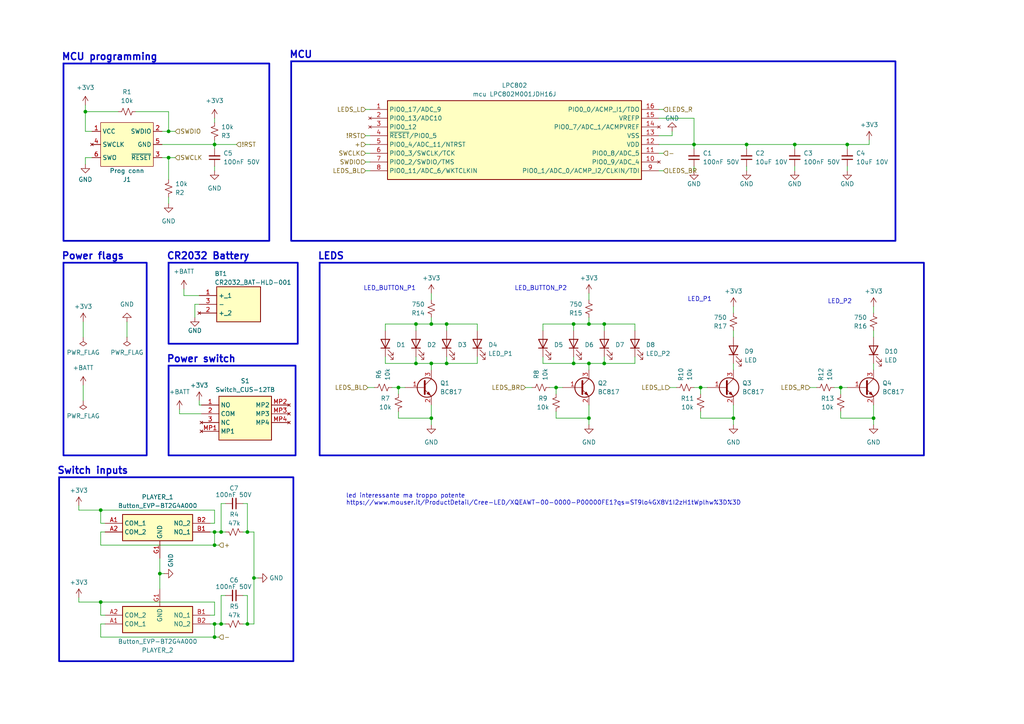
<source format=kicad_sch>
(kicad_sch (version 20230121) (generator eeschema)

  (uuid 68f245fc-2254-40e1-a67a-407f0f5cc405)

  (paper "A4")

  (lib_symbols
    (symbol "Device:C_Small" (pin_numbers hide) (pin_names (offset 0.254) hide) (in_bom yes) (on_board yes)
      (property "Reference" "C" (at 0.254 1.778 0)
        (effects (font (size 1.27 1.27)) (justify left))
      )
      (property "Value" "C_Small" (at 0.254 -2.032 0)
        (effects (font (size 1.27 1.27)) (justify left))
      )
      (property "Footprint" "" (at 0 0 0)
        (effects (font (size 1.27 1.27)) hide)
      )
      (property "Datasheet" "~" (at 0 0 0)
        (effects (font (size 1.27 1.27)) hide)
      )
      (property "ki_keywords" "capacitor cap" (at 0 0 0)
        (effects (font (size 1.27 1.27)) hide)
      )
      (property "ki_description" "Unpolarized capacitor, small symbol" (at 0 0 0)
        (effects (font (size 1.27 1.27)) hide)
      )
      (property "ki_fp_filters" "C_*" (at 0 0 0)
        (effects (font (size 1.27 1.27)) hide)
      )
      (symbol "C_Small_0_1"
        (polyline
          (pts
            (xy -1.524 -0.508)
            (xy 1.524 -0.508)
          )
          (stroke (width 0.3302) (type default))
          (fill (type none))
        )
        (polyline
          (pts
            (xy -1.524 0.508)
            (xy 1.524 0.508)
          )
          (stroke (width 0.3048) (type default))
          (fill (type none))
        )
      )
      (symbol "C_Small_1_1"
        (pin passive line (at 0 2.54 270) (length 2.032)
          (name "~" (effects (font (size 1.27 1.27))))
          (number "1" (effects (font (size 1.27 1.27))))
        )
        (pin passive line (at 0 -2.54 90) (length 2.032)
          (name "~" (effects (font (size 1.27 1.27))))
          (number "2" (effects (font (size 1.27 1.27))))
        )
      )
    )
    (symbol "Device:LED" (pin_numbers hide) (pin_names (offset 1.016) hide) (in_bom yes) (on_board yes)
      (property "Reference" "D" (at 0 2.54 0)
        (effects (font (size 1.27 1.27)))
      )
      (property "Value" "LED" (at 0 -2.54 0)
        (effects (font (size 1.27 1.27)))
      )
      (property "Footprint" "" (at 0 0 0)
        (effects (font (size 1.27 1.27)) hide)
      )
      (property "Datasheet" "~" (at 0 0 0)
        (effects (font (size 1.27 1.27)) hide)
      )
      (property "ki_keywords" "LED diode" (at 0 0 0)
        (effects (font (size 1.27 1.27)) hide)
      )
      (property "ki_description" "Light emitting diode" (at 0 0 0)
        (effects (font (size 1.27 1.27)) hide)
      )
      (property "ki_fp_filters" "LED* LED_SMD:* LED_THT:*" (at 0 0 0)
        (effects (font (size 1.27 1.27)) hide)
      )
      (symbol "LED_0_1"
        (polyline
          (pts
            (xy -1.27 -1.27)
            (xy -1.27 1.27)
          )
          (stroke (width 0.254) (type default))
          (fill (type none))
        )
        (polyline
          (pts
            (xy -1.27 0)
            (xy 1.27 0)
          )
          (stroke (width 0) (type default))
          (fill (type none))
        )
        (polyline
          (pts
            (xy 1.27 -1.27)
            (xy 1.27 1.27)
            (xy -1.27 0)
            (xy 1.27 -1.27)
          )
          (stroke (width 0.254) (type default))
          (fill (type none))
        )
        (polyline
          (pts
            (xy -3.048 -0.762)
            (xy -4.572 -2.286)
            (xy -3.81 -2.286)
            (xy -4.572 -2.286)
            (xy -4.572 -1.524)
          )
          (stroke (width 0) (type default))
          (fill (type none))
        )
        (polyline
          (pts
            (xy -1.778 -0.762)
            (xy -3.302 -2.286)
            (xy -2.54 -2.286)
            (xy -3.302 -2.286)
            (xy -3.302 -1.524)
          )
          (stroke (width 0) (type default))
          (fill (type none))
        )
      )
      (symbol "LED_1_1"
        (pin passive line (at -3.81 0 0) (length 2.54)
          (name "K" (effects (font (size 1.27 1.27))))
          (number "1" (effects (font (size 1.27 1.27))))
        )
        (pin passive line (at 3.81 0 180) (length 2.54)
          (name "A" (effects (font (size 1.27 1.27))))
          (number "2" (effects (font (size 1.27 1.27))))
        )
      )
    )
    (symbol "Device:R_Small_US" (pin_numbers hide) (pin_names (offset 0.254) hide) (in_bom yes) (on_board yes)
      (property "Reference" "R" (at 0.762 0.508 0)
        (effects (font (size 1.27 1.27)) (justify left))
      )
      (property "Value" "R_Small_US" (at 0.762 -1.016 0)
        (effects (font (size 1.27 1.27)) (justify left))
      )
      (property "Footprint" "" (at 0 0 0)
        (effects (font (size 1.27 1.27)) hide)
      )
      (property "Datasheet" "~" (at 0 0 0)
        (effects (font (size 1.27 1.27)) hide)
      )
      (property "ki_keywords" "r resistor" (at 0 0 0)
        (effects (font (size 1.27 1.27)) hide)
      )
      (property "ki_description" "Resistor, small US symbol" (at 0 0 0)
        (effects (font (size 1.27 1.27)) hide)
      )
      (property "ki_fp_filters" "R_*" (at 0 0 0)
        (effects (font (size 1.27 1.27)) hide)
      )
      (symbol "R_Small_US_1_1"
        (polyline
          (pts
            (xy 0 0)
            (xy 1.016 -0.381)
            (xy 0 -0.762)
            (xy -1.016 -1.143)
            (xy 0 -1.524)
          )
          (stroke (width 0) (type default))
          (fill (type none))
        )
        (polyline
          (pts
            (xy 0 1.524)
            (xy 1.016 1.143)
            (xy 0 0.762)
            (xy -1.016 0.381)
            (xy 0 0)
          )
          (stroke (width 0) (type default))
          (fill (type none))
        )
        (pin passive line (at 0 2.54 270) (length 1.016)
          (name "~" (effects (font (size 1.27 1.27))))
          (number "1" (effects (font (size 1.27 1.27))))
        )
        (pin passive line (at 0 -2.54 90) (length 1.016)
          (name "~" (effects (font (size 1.27 1.27))))
          (number "2" (effects (font (size 1.27 1.27))))
        )
      )
    )
    (symbol "Fading_LED_game:Button_EVP-BT2G4A000" (in_bom yes) (on_board yes)
      (property "Reference" "S" (at 26.67 7.62 0)
        (effects (font (size 1.27 1.27)) (justify left top))
      )
      (property "Value" "Button_EVP-BT2G4A000" (at 26.67 5.08 0)
        (effects (font (size 1.27 1.27)) (justify left top))
      )
      (property "Footprint" "Fading_LED_game:Button_EVP-BT2G4A000" (at 26.67 -94.92 0)
        (effects (font (size 1.27 1.27)) (justify left top) hide)
      )
      (property "Datasheet" "https://www3.panasonic.biz/ac/e_download/control/switch/light-touch/catalog/sw_lt_eng_6s_th.pdf?f_cd=402892" (at 26.67 -194.92 0)
        (effects (font (size 1.27 1.27)) (justify left top) hide)
      )
      (property "Height" "4.5" (at 26.67 -394.92 0)
        (effects (font (size 1.27 1.27)) (justify left top) hide)
      )
      (property "Mouser Part Number" "769-EVP-BT2G4A000" (at 26.67 -494.92 0)
        (effects (font (size 1.27 1.27)) (justify left top) hide)
      )
      (property "Mouser Price/Stock" "https://www.mouser.co.uk/ProductDetail/Panasonic/EVP-BT2G4A000?qs=CiayqK2gdcJUoAjduMUaYA%3D%3D" (at 26.67 -594.92 0)
        (effects (font (size 1.27 1.27)) (justify left top) hide)
      )
      (property "Manufacturer_Name" "Panasonic" (at 26.67 -694.92 0)
        (effects (font (size 1.27 1.27)) (justify left top) hide)
      )
      (property "Manufacturer_Part_Number" "EVP-BT2G4A000" (at 26.67 -794.92 0)
        (effects (font (size 1.27 1.27)) (justify left top) hide)
      )
      (property "ki_description" "Tactile Switches 0.02A 15V Op Force 0.8 N STR with ground term" (at 0 0 0)
        (effects (font (size 1.27 1.27)) hide)
      )
      (symbol "Button_EVP-BT2G4A000_1_1"
        (rectangle (start 5.08 2.54) (end 25.4 -5.08)
          (stroke (width 0.254) (type default))
          (fill (type background))
        )
        (pin passive line (at 0 0 0) (length 5.08)
          (name "COM_1" (effects (font (size 1.27 1.27))))
          (number "A1" (effects (font (size 1.27 1.27))))
        )
        (pin passive line (at 0 -2.54 0) (length 5.08)
          (name "COM_2" (effects (font (size 1.27 1.27))))
          (number "A2" (effects (font (size 1.27 1.27))))
        )
        (pin passive line (at 30.48 -2.54 180) (length 5.08)
          (name "NO_1" (effects (font (size 1.27 1.27))))
          (number "B1" (effects (font (size 1.27 1.27))))
        )
        (pin passive line (at 30.48 0 180) (length 5.08)
          (name "NO_2" (effects (font (size 1.27 1.27))))
          (number "B2" (effects (font (size 1.27 1.27))))
        )
        (pin passive line (at 15.875 -10.16 90) (length 5.08)
          (name "GND" (effects (font (size 1.27 1.27))))
          (number "G1" (effects (font (size 1.27 1.27))))
        )
      )
    )
    (symbol "Fading_LED_game:CR2032_BAT-HLD-001" (in_bom yes) (on_board yes)
      (property "Reference" "BT" (at 19.05 7.62 0)
        (effects (font (size 1.27 1.27)) (justify left top))
      )
      (property "Value" "CR2032_BAT-HLD-001" (at 19.05 5.08 0)
        (effects (font (size 1.27 1.27)) (justify left top))
      )
      (property "Footprint" "Fading_LED_game:CR2032_BAT-HLD-001" (at 19.05 -94.92 0)
        (effects (font (size 1.27 1.27)) (justify left top) hide)
      )
      (property "Datasheet" "https://www.te.com/commerce/DocumentDelivery/DDEController?Action=showdoc&DocId=Customer+Drawing%7FC-BAT-HLD-001-xx%7FE%7Fpdf%7FEnglish%7FENG_CD_C-BAT-HLD-001-xx_E.pdf%7FBAT-HLD-001" (at 19.05 -194.92 0)
        (effects (font (size 1.27 1.27)) (justify left top) hide)
      )
      (property "Height" "4.3" (at 19.05 -394.92 0)
        (effects (font (size 1.27 1.27)) (justify left top) hide)
      )
      (property "Mouser Part Number" "712-BAT-HLD-001" (at 19.05 -494.92 0)
        (effects (font (size 1.27 1.27)) (justify left top) hide)
      )
      (property "Mouser Price/Stock" "https://www.mouser.co.uk/ProductDetail/TE-Connectivity-Linx-Technologies/BAT-HLD-001?qs=K5ta8V%252BWhta7hbVGfm4dqA%3D%3D" (at 19.05 -594.92 0)
        (effects (font (size 1.27 1.27)) (justify left top) hide)
      )
      (property "Manufacturer_Name" "TE Connectivity" (at 19.05 -694.92 0)
        (effects (font (size 1.27 1.27)) (justify left top) hide)
      )
      (property "Manufacturer_Part_Number" "BAT-HLD-001" (at 19.05 -794.92 0)
        (effects (font (size 1.27 1.27)) (justify left top) hide)
      )
      (property "ki_description" "Battery Holders, CR2032, 1 Position, Horizontal, Nickel, PCB Mount Alignment, Power, -40  257 F [-40  125 C]" (at 0 0 0)
        (effects (font (size 1.27 1.27)) hide)
      )
      (symbol "CR2032_BAT-HLD-001_1_1"
        (rectangle (start 5.08 2.54) (end 17.78 -7.62)
          (stroke (width 0.254) (type default))
          (fill (type background))
        )
        (pin passive line (at 0 0 0) (length 5.08)
          (name "+_1" (effects (font (size 1.27 1.27))))
          (number "1" (effects (font (size 1.27 1.27))))
        )
        (pin no_connect line (at 0 -5.08 0) (length 5.08)
          (name "+_2" (effects (font (size 1.27 1.27))))
          (number "2" (effects (font (size 1.27 1.27))))
        )
        (pin passive line (at 0 -2.54 0) (length 5.08)
          (name "-" (effects (font (size 1.27 1.27))))
          (number "3" (effects (font (size 1.27 1.27))))
        )
      )
    )
    (symbol "Fading_LED_game:Switch_CUS-12TB" (in_bom yes) (on_board yes)
      (property "Reference" "S" (at 11.43 6.985 0)
        (effects (font (size 1.27 1.27)) (justify left top))
      )
      (property "Value" "Switch_CUS-12TB" (at -0.635 5.08 0)
        (effects (font (size 1.27 1.27)) (justify left top))
      )
      (property "Footprint" "Fading_LED_game:Switch_CUS-12TB" (at 21.59 -94.92 0)
        (effects (font (size 1.27 1.27)) (justify left top) hide)
      )
      (property "Datasheet" "https://www.nidec-copal-electronics.com/e/catalog/switch/cus.pdf" (at 21.59 -194.92 0)
        (effects (font (size 1.27 1.27)) (justify left top) hide)
      )
      (property "Height" "1.4" (at 21.59 -394.92 0)
        (effects (font (size 1.27 1.27)) (justify left top) hide)
      )
      (property "Mouser Part Number" "229-CUS-12TB" (at 21.59 -494.92 0)
        (effects (font (size 1.27 1.27)) (justify left top) hide)
      )
      (property "Mouser Price/Stock" "https://www.mouser.co.uk/ProductDetail/Nidec-Components/CUS-12TB?qs=XeJtXLiO41Q1Ug1dC3Bq%2FQ%3D%3D" (at 21.59 -594.92 0)
        (effects (font (size 1.27 1.27)) (justify left top) hide)
      )
      (property "Manufacturer_Name" "Nidec Copal" (at 21.59 -694.92 0)
        (effects (font (size 1.27 1.27)) (justify left top) hide)
      )
      (property "Manufacturer_Part_Number" "CUS-12TB" (at 21.59 -794.92 0)
        (effects (font (size 1.27 1.27)) (justify left top) hide)
      )
      (property "ki_description" "Slide Switches smd low profile slide switch, 1P2T, gull wing" (at 0 0 0)
        (effects (font (size 1.27 1.27)) hide)
      )
      (symbol "Switch_CUS-12TB_1_1"
        (rectangle (start 5.08 2.54) (end 20.32 -10.16)
          (stroke (width 0.254) (type default))
          (fill (type background))
        )
        (pin passive line (at 0 0 0) (length 5.08)
          (name "NO" (effects (font (size 1.27 1.27))))
          (number "1" (effects (font (size 1.27 1.27))))
        )
        (pin passive line (at 0 -2.54 0) (length 5.08)
          (name "COM" (effects (font (size 1.27 1.27))))
          (number "2" (effects (font (size 1.27 1.27))))
        )
        (pin no_connect line (at 0 -5.08 0) (length 5.08)
          (name "NC" (effects (font (size 1.27 1.27))))
          (number "3" (effects (font (size 1.27 1.27))))
        )
        (pin no_connect line (at 0 -7.62 0) (length 5.08)
          (name "MP1" (effects (font (size 1.27 1.27))))
          (number "MP1" (effects (font (size 1.27 1.27))))
        )
        (pin no_connect line (at 25.4 0 180) (length 5.08)
          (name "MP2" (effects (font (size 1.27 1.27))))
          (number "MP2" (effects (font (size 1.27 1.27))))
        )
        (pin no_connect line (at 25.4 -2.54 180) (length 5.08)
          (name "MP3" (effects (font (size 1.27 1.27))))
          (number "MP3" (effects (font (size 1.27 1.27))))
        )
        (pin no_connect line (at 25.4 -5.08 180) (length 5.08)
          (name "MP4" (effects (font (size 1.27 1.27))))
          (number "MP4" (effects (font (size 1.27 1.27))))
        )
      )
    )
    (symbol "Fan controller:Programming connector" (in_bom no) (on_board yes)
      (property "Reference" "J" (at 0.635 3.175 0)
        (effects (font (size 1.27 1.27)))
      )
      (property "Value" "Programming connector" (at 3.175 1.27 0)
        (effects (font (size 1.27 1.27)))
      )
      (property "Footprint" "Connector:Tag-Connect_TC2030-IDC-NL_2x03_P1.27mm_Vertical" (at -1.905 -17.78 0)
        (effects (font (size 1.27 1.27)) hide)
      )
      (property "Datasheet" "https://www.tag-connect.com/wp-content/uploads/bsk-pdf-manager/TC2030-CTX_1.pdf" (at -1.905 -15.24 0)
        (effects (font (size 1.27 1.27)) hide)
      )
      (property "ki_keywords" "Cortex Debug Connector ARM SWD JTAG" (at 0 0 0)
        (effects (font (size 1.27 1.27)) hide)
      )
      (property "ki_description" "Tag-Connect ARM Cortex SWD JTAG connector, 6 pin" (at 0 0 0)
        (effects (font (size 1.27 1.27)) hide)
      )
      (property "ki_fp_filters" "*TC2030*" (at 0 0 0)
        (effects (font (size 1.27 1.27)) hide)
      )
      (symbol "Programming connector_0_1"
        (rectangle (start -7.62 0) (end 7.62 -12.7)
          (stroke (width 0) (type default))
          (fill (type background))
        )
      )
      (symbol "Programming connector_1_0"
        (pin passive line (at -10.16 -2.54 0) (length 2.54)
          (name "VCC" (effects (font (size 1.27 1.27))))
          (number "1" (effects (font (size 1.27 1.27))))
        )
        (pin passive line (at 10.16 -2.54 180) (length 2.54)
          (name "SWDIO" (effects (font (size 1.27 1.27))))
          (number "2" (effects (font (size 1.27 1.27))))
          (alternate "TMS" bidirectional line)
        )
        (pin passive line (at 10.16 -10.16 180) (length 2.54)
          (name "~{RESET}" (effects (font (size 1.27 1.27))))
          (number "3" (effects (font (size 1.27 1.27))))
        )
        (pin no_connect line (at -10.16 -6.35 0) (length 2.54)
          (name "SWCLK" (effects (font (size 1.27 1.27))))
          (number "4" (effects (font (size 1.27 1.27))))
          (alternate "TCK" output line)
        )
        (pin passive line (at 10.16 -6.35 180) (length 2.54)
          (name "GND" (effects (font (size 1.27 1.27))))
          (number "5" (effects (font (size 1.27 1.27))))
        )
        (pin passive line (at -10.16 -10.16 0) (length 2.54)
          (name "SWO" (effects (font (size 1.27 1.27))))
          (number "6" (effects (font (size 1.27 1.27))))
          (alternate "TDO" input line)
        )
      )
    )
    (symbol "Fan controller:mcu LPC802M001JDH16J" (in_bom yes) (on_board yes)
      (property "Reference" "IC1" (at 41.91 6.985 0)
        (effects (font (size 1.27 1.27)))
      )
      (property "Value" "mcu LPC802M001JDH16J" (at 41.91 4.445 0)
        (effects (font (size 1.27 1.27)))
      )
      (property "Footprint" "Fan controller:mcu LPC802" (at 80.01 -94.92 0)
        (effects (font (size 1.27 1.27)) (justify left top) hide)
      )
      (property "Datasheet" "https://www.nxp.com/docs/en/data-sheet/LPC802.pdf" (at 80.01 -194.92 0)
        (effects (font (size 1.27 1.27)) (justify left top) hide)
      )
      (property "Height" "1.1" (at 80.01 -394.92 0)
        (effects (font (size 1.27 1.27)) (justify left top) hide)
      )
      (property "Mouser Part Number" "771-LPC802M001JDH16J" (at 80.01 -494.92 0)
        (effects (font (size 1.27 1.27)) (justify left top) hide)
      )
      (property "Mouser Price/Stock" "https://www.mouser.co.uk/ProductDetail/NXP-Semiconductors/LPC802M001JDH16J?qs=%252BEew9%252B0nqrBpkEruu3r40Q%3D%3D" (at 80.01 -594.92 0)
        (effects (font (size 1.27 1.27)) (justify left top) hide)
      )
      (property "Manufacturer_Name" "NXP" (at 80.01 -694.92 0)
        (effects (font (size 1.27 1.27)) (justify left top) hide)
      )
      (property "Manufacturer_Part_Number" "LPC802M001JDH16J" (at 80.01 -794.92 0)
        (effects (font (size 1.27 1.27)) (justify left top) hide)
      )
      (property "ki_description" "NXP - LPC802M001JDH16J - ARM MCU, LPC Family LPC80x Series Microcontrollers, ARM Cortex-M0+, 32bit, 15 MHz, 16 KB, 2 KB" (at 0 0 0)
        (effects (font (size 1.27 1.27)) hide)
      )
      (symbol "mcu LPC802M001JDH16J_1_1"
        (rectangle (start 5.08 2.54) (end 78.74 -20.32)
          (stroke (width 0.254) (type default))
          (fill (type background))
        )
        (pin passive line (at 0 0 0) (length 5.08)
          (name "PIO0_17/ADC_9" (effects (font (size 1.27 1.27))))
          (number "1" (effects (font (size 1.27 1.27))))
        )
        (pin no_connect line (at 83.82 -15.24 180) (length 5.08)
          (name "PIO0_9/ADC_4" (effects (font (size 1.27 1.27))))
          (number "10" (effects (font (size 1.27 1.27))))
        )
        (pin passive line (at 83.82 -12.7 180) (length 5.08)
          (name "PIO0_8/ADC_5" (effects (font (size 1.27 1.27))))
          (number "11" (effects (font (size 1.27 1.27))))
        )
        (pin passive line (at 83.82 -10.16 180) (length 5.08)
          (name "VDD" (effects (font (size 1.27 1.27))))
          (number "12" (effects (font (size 1.27 1.27))))
        )
        (pin passive line (at 83.82 -7.62 180) (length 5.08)
          (name "VSS" (effects (font (size 1.27 1.27))))
          (number "13" (effects (font (size 1.27 1.27))))
        )
        (pin no_connect line (at 83.82 -5.08 180) (length 5.08)
          (name "PIO0_7/ADC_1/ACMPVREF" (effects (font (size 1.27 1.27))))
          (number "14" (effects (font (size 1.27 1.27))))
        )
        (pin passive line (at 83.82 -2.54 180) (length 5.08)
          (name "VREFP" (effects (font (size 1.27 1.27))))
          (number "15" (effects (font (size 1.27 1.27))))
        )
        (pin passive line (at 83.82 0 180) (length 5.08)
          (name "PIO0_0/ACMP_I1/TDO" (effects (font (size 1.27 1.27))))
          (number "16" (effects (font (size 1.27 1.27))))
        )
        (pin no_connect line (at 0 -2.54 0) (length 5.08)
          (name "PIO0_13/ADC10" (effects (font (size 1.27 1.27))))
          (number "2" (effects (font (size 1.27 1.27))))
        )
        (pin no_connect line (at 0 -5.08 0) (length 5.08)
          (name "PIO0_12" (effects (font (size 1.27 1.27))))
          (number "3" (effects (font (size 1.27 1.27))))
        )
        (pin passive line (at 0 -7.62 0) (length 5.08)
          (name "~{RESET}/PIO0_5" (effects (font (size 1.27 1.27))))
          (number "4" (effects (font (size 1.27 1.27))))
        )
        (pin passive line (at 0 -10.16 0) (length 5.08)
          (name "PIO0_4/ADC_11/NTRST" (effects (font (size 1.27 1.27))))
          (number "5" (effects (font (size 1.27 1.27))))
        )
        (pin passive line (at 0 -12.7 0) (length 5.08)
          (name "PIO0_3/SWCLK/TCK" (effects (font (size 1.27 1.27))))
          (number "6" (effects (font (size 1.27 1.27))))
        )
        (pin passive line (at 0 -15.24 0) (length 5.08)
          (name "PIO0_2/SWDIO/TMS" (effects (font (size 1.27 1.27))))
          (number "7" (effects (font (size 1.27 1.27))))
        )
        (pin passive line (at 0 -17.78 0) (length 5.08)
          (name "PIO0_11/ADC_6/WKTCLKIN" (effects (font (size 1.27 1.27))))
          (number "8" (effects (font (size 1.27 1.27))))
        )
        (pin passive line (at 83.82 -17.78 180) (length 5.08)
          (name "PIO0_1/ADC_0/ACMP_I2/CLKIN/TDI" (effects (font (size 1.27 1.27))))
          (number "9" (effects (font (size 1.27 1.27))))
        )
      )
    )
    (symbol "Transistor_BJT:BC817" (pin_names (offset 0) hide) (in_bom yes) (on_board yes)
      (property "Reference" "Q" (at 5.08 1.905 0)
        (effects (font (size 1.27 1.27)) (justify left))
      )
      (property "Value" "BC817" (at 5.08 0 0)
        (effects (font (size 1.27 1.27)) (justify left))
      )
      (property "Footprint" "Package_TO_SOT_SMD:SOT-23" (at 5.08 -1.905 0)
        (effects (font (size 1.27 1.27) italic) (justify left) hide)
      )
      (property "Datasheet" "https://www.onsemi.com/pub/Collateral/BC818-D.pdf" (at 0 0 0)
        (effects (font (size 1.27 1.27)) (justify left) hide)
      )
      (property "ki_keywords" "NPN Transistor" (at 0 0 0)
        (effects (font (size 1.27 1.27)) hide)
      )
      (property "ki_description" "0.8A Ic, 45V Vce, NPN Transistor, SOT-23" (at 0 0 0)
        (effects (font (size 1.27 1.27)) hide)
      )
      (property "ki_fp_filters" "SOT?23*" (at 0 0 0)
        (effects (font (size 1.27 1.27)) hide)
      )
      (symbol "BC817_0_1"
        (polyline
          (pts
            (xy 0.635 0.635)
            (xy 2.54 2.54)
          )
          (stroke (width 0) (type default))
          (fill (type none))
        )
        (polyline
          (pts
            (xy 0.635 -0.635)
            (xy 2.54 -2.54)
            (xy 2.54 -2.54)
          )
          (stroke (width 0) (type default))
          (fill (type none))
        )
        (polyline
          (pts
            (xy 0.635 1.905)
            (xy 0.635 -1.905)
            (xy 0.635 -1.905)
          )
          (stroke (width 0.508) (type default))
          (fill (type none))
        )
        (polyline
          (pts
            (xy 1.27 -1.778)
            (xy 1.778 -1.27)
            (xy 2.286 -2.286)
            (xy 1.27 -1.778)
            (xy 1.27 -1.778)
          )
          (stroke (width 0) (type default))
          (fill (type outline))
        )
        (circle (center 1.27 0) (radius 2.8194)
          (stroke (width 0.254) (type default))
          (fill (type none))
        )
      )
      (symbol "BC817_1_1"
        (pin input line (at -5.08 0 0) (length 5.715)
          (name "B" (effects (font (size 1.27 1.27))))
          (number "1" (effects (font (size 1.27 1.27))))
        )
        (pin passive line (at 2.54 -5.08 90) (length 2.54)
          (name "E" (effects (font (size 1.27 1.27))))
          (number "2" (effects (font (size 1.27 1.27))))
        )
        (pin passive line (at 2.54 5.08 270) (length 2.54)
          (name "C" (effects (font (size 1.27 1.27))))
          (number "3" (effects (font (size 1.27 1.27))))
        )
      )
    )
    (symbol "power:+3V3" (power) (pin_names (offset 0)) (in_bom yes) (on_board yes)
      (property "Reference" "#PWR" (at 0 -3.81 0)
        (effects (font (size 1.27 1.27)) hide)
      )
      (property "Value" "+3V3" (at 0 3.556 0)
        (effects (font (size 1.27 1.27)))
      )
      (property "Footprint" "" (at 0 0 0)
        (effects (font (size 1.27 1.27)) hide)
      )
      (property "Datasheet" "" (at 0 0 0)
        (effects (font (size 1.27 1.27)) hide)
      )
      (property "ki_keywords" "global power" (at 0 0 0)
        (effects (font (size 1.27 1.27)) hide)
      )
      (property "ki_description" "Power symbol creates a global label with name \"+3V3\"" (at 0 0 0)
        (effects (font (size 1.27 1.27)) hide)
      )
      (symbol "+3V3_0_1"
        (polyline
          (pts
            (xy -0.762 1.27)
            (xy 0 2.54)
          )
          (stroke (width 0) (type default))
          (fill (type none))
        )
        (polyline
          (pts
            (xy 0 0)
            (xy 0 2.54)
          )
          (stroke (width 0) (type default))
          (fill (type none))
        )
        (polyline
          (pts
            (xy 0 2.54)
            (xy 0.762 1.27)
          )
          (stroke (width 0) (type default))
          (fill (type none))
        )
      )
      (symbol "+3V3_1_1"
        (pin power_in line (at 0 0 90) (length 0) hide
          (name "+3V3" (effects (font (size 1.27 1.27))))
          (number "1" (effects (font (size 1.27 1.27))))
        )
      )
    )
    (symbol "power:+BATT" (power) (pin_names (offset 0)) (in_bom yes) (on_board yes)
      (property "Reference" "#PWR" (at 0 -3.81 0)
        (effects (font (size 1.27 1.27)) hide)
      )
      (property "Value" "+BATT" (at 0 3.556 0)
        (effects (font (size 1.27 1.27)))
      )
      (property "Footprint" "" (at 0 0 0)
        (effects (font (size 1.27 1.27)) hide)
      )
      (property "Datasheet" "" (at 0 0 0)
        (effects (font (size 1.27 1.27)) hide)
      )
      (property "ki_keywords" "global power battery" (at 0 0 0)
        (effects (font (size 1.27 1.27)) hide)
      )
      (property "ki_description" "Power symbol creates a global label with name \"+BATT\"" (at 0 0 0)
        (effects (font (size 1.27 1.27)) hide)
      )
      (symbol "+BATT_0_1"
        (polyline
          (pts
            (xy -0.762 1.27)
            (xy 0 2.54)
          )
          (stroke (width 0) (type default))
          (fill (type none))
        )
        (polyline
          (pts
            (xy 0 0)
            (xy 0 2.54)
          )
          (stroke (width 0) (type default))
          (fill (type none))
        )
        (polyline
          (pts
            (xy 0 2.54)
            (xy 0.762 1.27)
          )
          (stroke (width 0) (type default))
          (fill (type none))
        )
      )
      (symbol "+BATT_1_1"
        (pin power_in line (at 0 0 90) (length 0) hide
          (name "+BATT" (effects (font (size 1.27 1.27))))
          (number "1" (effects (font (size 1.27 1.27))))
        )
      )
    )
    (symbol "power:GND" (power) (pin_names (offset 0)) (in_bom yes) (on_board yes)
      (property "Reference" "#PWR" (at 0 -6.35 0)
        (effects (font (size 1.27 1.27)) hide)
      )
      (property "Value" "GND" (at 0 -3.81 0)
        (effects (font (size 1.27 1.27)))
      )
      (property "Footprint" "" (at 0 0 0)
        (effects (font (size 1.27 1.27)) hide)
      )
      (property "Datasheet" "" (at 0 0 0)
        (effects (font (size 1.27 1.27)) hide)
      )
      (property "ki_keywords" "global power" (at 0 0 0)
        (effects (font (size 1.27 1.27)) hide)
      )
      (property "ki_description" "Power symbol creates a global label with name \"GND\" , ground" (at 0 0 0)
        (effects (font (size 1.27 1.27)) hide)
      )
      (symbol "GND_0_1"
        (polyline
          (pts
            (xy 0 0)
            (xy 0 -1.27)
            (xy 1.27 -1.27)
            (xy 0 -2.54)
            (xy -1.27 -1.27)
            (xy 0 -1.27)
          )
          (stroke (width 0) (type default))
          (fill (type none))
        )
      )
      (symbol "GND_1_1"
        (pin power_in line (at 0 0 270) (length 0) hide
          (name "GND" (effects (font (size 1.27 1.27))))
          (number "1" (effects (font (size 1.27 1.27))))
        )
      )
    )
    (symbol "power:PWR_FLAG" (power) (pin_numbers hide) (pin_names (offset 0) hide) (in_bom yes) (on_board yes)
      (property "Reference" "#FLG" (at 0 1.905 0)
        (effects (font (size 1.27 1.27)) hide)
      )
      (property "Value" "PWR_FLAG" (at 0 3.81 0)
        (effects (font (size 1.27 1.27)))
      )
      (property "Footprint" "" (at 0 0 0)
        (effects (font (size 1.27 1.27)) hide)
      )
      (property "Datasheet" "~" (at 0 0 0)
        (effects (font (size 1.27 1.27)) hide)
      )
      (property "ki_keywords" "flag power" (at 0 0 0)
        (effects (font (size 1.27 1.27)) hide)
      )
      (property "ki_description" "Special symbol for telling ERC where power comes from" (at 0 0 0)
        (effects (font (size 1.27 1.27)) hide)
      )
      (symbol "PWR_FLAG_0_0"
        (pin power_out line (at 0 0 90) (length 0)
          (name "pwr" (effects (font (size 1.27 1.27))))
          (number "1" (effects (font (size 1.27 1.27))))
        )
      )
      (symbol "PWR_FLAG_0_1"
        (polyline
          (pts
            (xy 0 0)
            (xy 0 1.27)
            (xy -1.016 1.905)
            (xy 0 2.54)
            (xy 1.016 1.905)
            (xy 0 1.27)
          )
          (stroke (width 0) (type default))
          (fill (type none))
        )
      )
    )
  )

  (junction (at 125.095 93.98) (diameter 0) (color 0 0 0 0)
    (uuid 05e5559b-8f89-4e5c-8cce-3ae30386b1a4)
  )
  (junction (at 64.135 154.305) (diameter 0) (color 0 0 0 0)
    (uuid 0a63626d-4ba9-4345-8a64-a764340613ef)
  )
  (junction (at 175.26 105.41) (diameter 0) (color 0 0 0 0)
    (uuid 0d8837f7-c51e-496f-9b15-685d755fd8dc)
  )
  (junction (at 203.2 112.395) (diameter 0) (color 0 0 0 0)
    (uuid 130e5c45-503a-4d05-8d75-69c769724c61)
  )
  (junction (at 230.505 41.91) (diameter 0) (color 0 0 0 0)
    (uuid 160eb811-67a7-4c11-b988-daec53dc4901)
  )
  (junction (at 129.54 105.41) (diameter 0) (color 0 0 0 0)
    (uuid 1be8129f-5f3f-46dd-84ee-ccbeffd24e50)
  )
  (junction (at 175.26 93.98) (diameter 0) (color 0 0 0 0)
    (uuid 23bdd6af-457b-49bd-b90d-3c5259f9e383)
  )
  (junction (at 48.895 45.72) (diameter 0) (color 0 0 0 0)
    (uuid 25d4b494-13d7-4352-b784-77599af04075)
  )
  (junction (at 170.815 121.285) (diameter 0) (color 0 0 0 0)
    (uuid 2dd9f532-6f48-4da3-9c72-3fa2fadbac21)
  )
  (junction (at 120.65 105.41) (diameter 0) (color 0 0 0 0)
    (uuid 43e99c3d-c3da-46d2-b16e-ba95ce608482)
  )
  (junction (at 73.66 167.64) (diameter 0) (color 0 0 0 0)
    (uuid 5634b69b-8138-469d-9773-f4baf9ed527f)
  )
  (junction (at 64.135 180.975) (diameter 0) (color 0 0 0 0)
    (uuid 675e9575-d063-440d-ac26-b8d3550e74f4)
  )
  (junction (at 62.23 41.91) (diameter 0) (color 0 0 0 0)
    (uuid 7e84513e-a431-4ba2-9ba5-e667871727c3)
  )
  (junction (at 201.295 41.91) (diameter 0) (color 0 0 0 0)
    (uuid 817ac332-d470-409f-bd50-ca51b235ac26)
  )
  (junction (at 216.535 41.91) (diameter 0) (color 0 0 0 0)
    (uuid 85fe1e32-1984-4493-b97a-6fa11010524d)
  )
  (junction (at 29.21 147.955) (diameter 0) (color 0 0 0 0)
    (uuid 8bd0f726-ddad-4f52-bbfd-76130ce0043f)
  )
  (junction (at 62.23 180.975) (diameter 0) (color 0 0 0 0)
    (uuid 920129fd-b3d3-4609-bd96-a9a44a48587a)
  )
  (junction (at 166.37 93.98) (diameter 0) (color 0 0 0 0)
    (uuid 94236c8e-c702-4a46-a65c-64ff8eb482bc)
  )
  (junction (at 125.095 105.41) (diameter 0) (color 0 0 0 0)
    (uuid 961aab76-ef90-4785-870a-9903dd94f0ac)
  )
  (junction (at 62.23 184.785) (diameter 0) (color 0 0 0 0)
    (uuid a3b7b7ba-313e-4af7-8923-a7246649545b)
  )
  (junction (at 212.725 121.285) (diameter 0) (color 0 0 0 0)
    (uuid a40e0491-a77e-4813-bb70-4927eda3b981)
  )
  (junction (at 62.23 158.115) (diameter 0) (color 0 0 0 0)
    (uuid a52326e7-7f64-4fb1-b310-c2510ef09ff1)
  )
  (junction (at 129.54 93.98) (diameter 0) (color 0 0 0 0)
    (uuid a62eddea-ad8c-48f9-ac44-2ee2ed2738b8)
  )
  (junction (at 48.895 38.1) (diameter 0) (color 0 0 0 0)
    (uuid aa03d2c8-6bdf-4de5-acd5-11d6f38ed7d7)
  )
  (junction (at 170.815 93.98) (diameter 0) (color 0 0 0 0)
    (uuid ac037d13-073e-455a-bcf1-00e82c410e09)
  )
  (junction (at 253.365 121.285) (diameter 0) (color 0 0 0 0)
    (uuid af653992-e95e-4d34-9508-987103bd0654)
  )
  (junction (at 161.29 112.395) (diameter 0) (color 0 0 0 0)
    (uuid be3715a1-47b2-4d56-8dbc-341da9d79ffd)
  )
  (junction (at 71.755 180.975) (diameter 0) (color 0 0 0 0)
    (uuid cb8a0721-dbc4-4416-ae06-b5a97dbda10c)
  )
  (junction (at 125.095 121.285) (diameter 0) (color 0 0 0 0)
    (uuid cdb08345-6871-46f2-980b-bf737f1b4264)
  )
  (junction (at 62.23 154.305) (diameter 0) (color 0 0 0 0)
    (uuid d0327ff3-ff27-4b35-89ea-542ec09b56be)
  )
  (junction (at 29.21 174.625) (diameter 0) (color 0 0 0 0)
    (uuid d08db141-fb6d-4a44-a96f-087b5199e6b1)
  )
  (junction (at 120.65 93.98) (diameter 0) (color 0 0 0 0)
    (uuid d2ff4a18-6ed3-4c80-ac39-a269e3e1eec7)
  )
  (junction (at 24.765 32.385) (diameter 0) (color 0 0 0 0)
    (uuid d56b70ae-fef8-452a-860e-eb51d8376f3f)
  )
  (junction (at 245.745 41.91) (diameter 0) (color 0 0 0 0)
    (uuid d8019633-b78c-4025-8c41-cc8069b58a9e)
  )
  (junction (at 166.37 105.41) (diameter 0) (color 0 0 0 0)
    (uuid d98f70cb-a4b8-4fe1-b921-e0d7c5ad9a5e)
  )
  (junction (at 243.84 112.395) (diameter 0) (color 0 0 0 0)
    (uuid e0bf9235-6e9d-4e83-888b-012ec72568a8)
  )
  (junction (at 46.355 166.37) (diameter 0) (color 0 0 0 0)
    (uuid e5ff6d21-73e5-496f-a7ab-f5c9ba288635)
  )
  (junction (at 71.755 154.305) (diameter 0) (color 0 0 0 0)
    (uuid e8de20a8-3835-4415-8209-a8cec4a17204)
  )
  (junction (at 170.815 105.41) (diameter 0) (color 0 0 0 0)
    (uuid f473ce85-35ef-4ba1-a2fe-7036c9a5cae1)
  )
  (junction (at 115.57 112.395) (diameter 0) (color 0 0 0 0)
    (uuid fb5e09f2-a7a6-4fcb-8cd2-c66290d83db5)
  )

  (wire (pts (xy 57.785 117.475) (xy 57.785 116.205))
    (stroke (width 0) (type default))
    (uuid 04ae0c6d-39a5-4c30-bbcc-c9831f452c26)
  )
  (wire (pts (xy 24.13 93.345) (xy 24.13 97.79))
    (stroke (width 0) (type default))
    (uuid 05380082-c122-47c6-8ed3-93bacacbf604)
  )
  (wire (pts (xy 111.76 95.885) (xy 111.76 93.98))
    (stroke (width 0) (type default))
    (uuid 063580e0-647d-4395-b19e-cea41aa81fb2)
  )
  (wire (pts (xy 62.23 174.625) (xy 29.21 174.625))
    (stroke (width 0) (type default))
    (uuid 07b9a08d-7063-4887-9083-2699aa1c1a5f)
  )
  (wire (pts (xy 50.8 38.1) (xy 48.895 38.1))
    (stroke (width 0) (type default))
    (uuid 0961e7ae-ea02-4f6a-ae54-5c99e45efa26)
  )
  (wire (pts (xy 70.485 146.05) (xy 71.755 146.05))
    (stroke (width 0) (type default))
    (uuid 0e6750c2-cc74-4f1c-adfe-dd1cfbe77e74)
  )
  (wire (pts (xy 24.765 30.48) (xy 24.765 32.385))
    (stroke (width 0) (type default))
    (uuid 11099f43-a7f3-404a-84a4-c7281528700c)
  )
  (wire (pts (xy 203.2 121.285) (xy 212.725 121.285))
    (stroke (width 0) (type default))
    (uuid 11fcadde-6a36-4dc6-848a-d748f384accc)
  )
  (wire (pts (xy 115.57 112.395) (xy 117.475 112.395))
    (stroke (width 0) (type default))
    (uuid 12fb8154-7de0-4549-890a-a56c03e67937)
  )
  (wire (pts (xy 29.21 151.765) (xy 30.48 151.765))
    (stroke (width 0) (type default))
    (uuid 13471b9c-7872-4966-a399-cde523915a98)
  )
  (wire (pts (xy 56.515 88.265) (xy 56.515 92.075))
    (stroke (width 0) (type default))
    (uuid 13d4ad04-bd3e-497a-855c-55134072aac9)
  )
  (wire (pts (xy 62.23 154.305) (xy 64.135 154.305))
    (stroke (width 0) (type default))
    (uuid 14ceb985-13b3-4f46-99cc-36f5839dad91)
  )
  (wire (pts (xy 201.295 112.395) (xy 203.2 112.395))
    (stroke (width 0) (type default))
    (uuid 15f84214-86d0-42f8-8f06-534d4c136a72)
  )
  (wire (pts (xy 175.26 103.505) (xy 175.26 105.41))
    (stroke (width 0) (type default))
    (uuid 174b03cf-dc54-4fcb-955c-0c3779b443a3)
  )
  (wire (pts (xy 53.34 85.725) (xy 57.785 85.725))
    (stroke (width 0) (type default))
    (uuid 18fbe103-807e-4380-bff0-5a263b6f0c9f)
  )
  (wire (pts (xy 57.785 117.475) (xy 58.42 117.475))
    (stroke (width 0) (type default))
    (uuid 1912e25a-adea-42a6-a167-bc054928a036)
  )
  (wire (pts (xy 64.135 172.72) (xy 64.135 180.975))
    (stroke (width 0) (type default))
    (uuid 191714ef-31a3-4db6-8eee-e2dabd569674)
  )
  (wire (pts (xy 24.13 111.76) (xy 24.13 116.205))
    (stroke (width 0) (type default))
    (uuid 19e3313d-43f5-499c-a623-9d13b695462d)
  )
  (wire (pts (xy 52.07 118.745) (xy 52.07 120.015))
    (stroke (width 0) (type default))
    (uuid 1a408e55-c908-41eb-b9df-0685e30c623d)
  )
  (wire (pts (xy 29.21 154.305) (xy 30.48 154.305))
    (stroke (width 0) (type default))
    (uuid 1aaf8a40-49bb-4c0b-85de-2a51c8170dce)
  )
  (wire (pts (xy 212.725 97.79) (xy 212.725 95.885))
    (stroke (width 0) (type default))
    (uuid 1b7fff36-dd09-4d39-87fe-b19b7eec57da)
  )
  (wire (pts (xy 46.355 166.37) (xy 47.625 166.37))
    (stroke (width 0) (type default))
    (uuid 1bd3d0c0-fbae-4dd7-970e-c81445084085)
  )
  (wire (pts (xy 46.99 41.91) (xy 62.23 41.91))
    (stroke (width 0) (type default))
    (uuid 1c319fdb-b520-4606-bbbc-b6a555a297b3)
  )
  (wire (pts (xy 243.84 121.285) (xy 253.365 121.285))
    (stroke (width 0) (type default))
    (uuid 1cad2579-b5f8-45a7-b534-84a3835d984d)
  )
  (wire (pts (xy 175.26 105.41) (xy 170.815 105.41))
    (stroke (width 0) (type default))
    (uuid 1db0a09e-3767-4628-8626-97b8f6a2c6cd)
  )
  (wire (pts (xy 129.54 95.885) (xy 129.54 93.98))
    (stroke (width 0) (type default))
    (uuid 21df8d40-bb98-483a-bd19-d7725b38d0d3)
  )
  (wire (pts (xy 161.29 121.285) (xy 170.815 121.285))
    (stroke (width 0) (type default))
    (uuid 22da2bca-0226-4a20-9042-087be4d7110b)
  )
  (wire (pts (xy 62.23 180.975) (xy 64.135 180.975))
    (stroke (width 0) (type default))
    (uuid 27d1252a-8a9a-42e9-b37b-a89e5a4d407a)
  )
  (wire (pts (xy 253.365 88.9) (xy 253.365 90.805))
    (stroke (width 0) (type default))
    (uuid 2cb022a8-ef97-4d69-94d2-c1f2bda71a84)
  )
  (wire (pts (xy 22.86 174.625) (xy 29.21 174.625))
    (stroke (width 0) (type default))
    (uuid 2d4141c0-f90a-4a84-ad5e-dbf43b289c77)
  )
  (wire (pts (xy 157.48 105.41) (xy 166.37 105.41))
    (stroke (width 0) (type default))
    (uuid 2f84f2dc-098d-497a-a9d2-694ae35f6651)
  )
  (wire (pts (xy 230.505 43.18) (xy 230.505 41.91))
    (stroke (width 0) (type default))
    (uuid 2f95a041-f2ee-48c1-a3ce-1fc39982208b)
  )
  (wire (pts (xy 191.135 44.45) (xy 192.405 44.45))
    (stroke (width 0) (type default))
    (uuid 31cdafc4-3ad8-47a4-a121-24fb12254a8d)
  )
  (wire (pts (xy 107.315 41.91) (xy 106.045 41.91))
    (stroke (width 0) (type default))
    (uuid 33d6281c-739b-4656-9473-d31bd2405d76)
  )
  (wire (pts (xy 29.21 147.955) (xy 29.21 151.765))
    (stroke (width 0) (type default))
    (uuid 35ff6476-724f-4fc9-b916-94a509d780f3)
  )
  (wire (pts (xy 243.84 121.285) (xy 243.84 119.38))
    (stroke (width 0) (type default))
    (uuid 36c5be2f-d732-4587-b042-09d9911fc102)
  )
  (wire (pts (xy 245.745 48.26) (xy 245.745 49.53))
    (stroke (width 0) (type default))
    (uuid 379091ac-93f1-45cd-b7a3-365b7e562eda)
  )
  (wire (pts (xy 62.23 154.305) (xy 62.23 158.115))
    (stroke (width 0) (type default))
    (uuid 3832e89b-8e51-4fb8-aecc-a809749772f8)
  )
  (wire (pts (xy 22.86 147.955) (xy 22.86 146.685))
    (stroke (width 0) (type default))
    (uuid 387d6aa1-1b27-4da4-81f5-03ff1f22b90b)
  )
  (wire (pts (xy 62.23 174.625) (xy 62.23 178.435))
    (stroke (width 0) (type default))
    (uuid 3a7fbb86-831f-4f54-a904-138b8501d725)
  )
  (wire (pts (xy 62.23 35.56) (xy 62.23 34.29))
    (stroke (width 0) (type default))
    (uuid 3c216d9f-461b-4680-ad88-a8b9bc94d078)
  )
  (wire (pts (xy 48.895 38.1) (xy 46.99 38.1))
    (stroke (width 0) (type default))
    (uuid 3de0304a-5c1f-490a-b011-6144f26e90a8)
  )
  (wire (pts (xy 106.045 46.99) (xy 107.315 46.99))
    (stroke (width 0) (type default))
    (uuid 3ede16ea-218b-49f9-82e8-95c80fb8336f)
  )
  (wire (pts (xy 212.725 88.9) (xy 212.725 90.805))
    (stroke (width 0) (type default))
    (uuid 418fe411-fc53-465c-8ef1-10df773770ea)
  )
  (wire (pts (xy 161.29 112.395) (xy 163.195 112.395))
    (stroke (width 0) (type default))
    (uuid 429273e6-8f87-409f-aae3-523865c52b9e)
  )
  (wire (pts (xy 201.295 34.29) (xy 201.295 41.91))
    (stroke (width 0) (type default))
    (uuid 45888ae4-86a9-4603-a8ae-d1f6592684b3)
  )
  (wire (pts (xy 252.095 41.91) (xy 245.745 41.91))
    (stroke (width 0) (type default))
    (uuid 46b294c2-80ec-4385-bf78-7bb1b6918c05)
  )
  (wire (pts (xy 62.23 41.91) (xy 62.23 43.18))
    (stroke (width 0) (type default))
    (uuid 483abc69-3408-4616-9aac-056e469609ee)
  )
  (wire (pts (xy 39.37 32.385) (xy 48.895 32.385))
    (stroke (width 0) (type default))
    (uuid 4b51d453-f497-47c3-b1aa-e3638149fa47)
  )
  (wire (pts (xy 166.37 103.505) (xy 166.37 105.41))
    (stroke (width 0) (type default))
    (uuid 4cdb7a0c-e85d-4845-bfff-7bec35a4e092)
  )
  (wire (pts (xy 216.535 41.91) (xy 201.295 41.91))
    (stroke (width 0) (type default))
    (uuid 4d146e2f-c608-440f-b326-e64b0cfdeb4c)
  )
  (wire (pts (xy 70.485 180.975) (xy 71.755 180.975))
    (stroke (width 0) (type default))
    (uuid 4e6cf8e8-3b59-4ad8-b6e0-d534b920935e)
  )
  (wire (pts (xy 60.96 178.435) (xy 62.23 178.435))
    (stroke (width 0) (type default))
    (uuid 51adec2a-31ee-4952-b885-9adf10bcd528)
  )
  (wire (pts (xy 62.23 180.975) (xy 62.23 184.785))
    (stroke (width 0) (type default))
    (uuid 532a90be-2275-4d0e-9c57-eaa801c0a949)
  )
  (wire (pts (xy 108.585 112.395) (xy 106.68 112.395))
    (stroke (width 0) (type default))
    (uuid 53e6e7d7-c7d5-4e9a-85c6-a8b0ad5d34a5)
  )
  (wire (pts (xy 62.23 147.955) (xy 29.21 147.955))
    (stroke (width 0) (type default))
    (uuid 54596201-684f-472e-883b-b71a096a811e)
  )
  (wire (pts (xy 170.815 85.09) (xy 170.815 86.995))
    (stroke (width 0) (type default))
    (uuid 55deb5c9-31d9-462e-b6ca-7f0c7275fcd9)
  )
  (wire (pts (xy 62.23 158.115) (xy 63.5 158.115))
    (stroke (width 0) (type default))
    (uuid 56ba715f-6810-476b-ba6c-37170d8f042f)
  )
  (wire (pts (xy 125.095 85.09) (xy 125.095 86.995))
    (stroke (width 0) (type default))
    (uuid 576b7975-6dc8-42d9-8d41-ea31c4bfee3e)
  )
  (wire (pts (xy 245.745 43.18) (xy 245.745 41.91))
    (stroke (width 0) (type default))
    (uuid 57e34a41-3ad6-44c7-ae3c-9b837f8f406d)
  )
  (wire (pts (xy 73.66 167.64) (xy 74.93 167.64))
    (stroke (width 0) (type default))
    (uuid 58d86c69-11ec-4beb-a537-de44af20e7af)
  )
  (wire (pts (xy 154.305 112.395) (xy 152.4 112.395))
    (stroke (width 0) (type default))
    (uuid 5a314867-5f50-4c63-82b4-8296746b423d)
  )
  (wire (pts (xy 230.505 48.26) (xy 230.505 49.53))
    (stroke (width 0) (type default))
    (uuid 5c05ad06-b006-42aa-9dab-1da1b43b5496)
  )
  (wire (pts (xy 129.54 93.98) (xy 138.43 93.98))
    (stroke (width 0) (type default))
    (uuid 5d7e16b3-812b-4fda-9a8f-35e90e739c85)
  )
  (wire (pts (xy 212.725 105.41) (xy 212.725 107.315))
    (stroke (width 0) (type default))
    (uuid 5e1be177-7dff-4eaf-87a9-9abb26c4760a)
  )
  (wire (pts (xy 170.815 105.41) (xy 170.815 107.315))
    (stroke (width 0) (type default))
    (uuid 5e2870ce-d033-4ca6-b55f-f80485dd827e)
  )
  (wire (pts (xy 53.34 83.82) (xy 53.34 85.725))
    (stroke (width 0) (type default))
    (uuid 646bc1b6-ee41-4f45-b214-774a77e7234f)
  )
  (wire (pts (xy 48.895 45.72) (xy 48.895 52.07))
    (stroke (width 0) (type default))
    (uuid 66b036bc-1ff0-4b4b-9550-d570b367bf49)
  )
  (wire (pts (xy 120.65 93.98) (xy 125.095 93.98))
    (stroke (width 0) (type default))
    (uuid 682fbc2a-6642-45d6-b485-76bbb003a400)
  )
  (wire (pts (xy 184.15 95.885) (xy 184.15 93.98))
    (stroke (width 0) (type default))
    (uuid 6d91ac82-6d9e-4ca7-bd3b-ff673d9ea8ec)
  )
  (wire (pts (xy 170.815 121.285) (xy 170.815 123.19))
    (stroke (width 0) (type default))
    (uuid 6da2b1be-5c77-4a71-b510-6cc9b261138a)
  )
  (wire (pts (xy 120.65 103.505) (xy 120.65 105.41))
    (stroke (width 0) (type default))
    (uuid 6f7e7c1f-ed5b-4554-919f-917e4c0d1c25)
  )
  (wire (pts (xy 64.135 154.305) (xy 65.405 154.305))
    (stroke (width 0) (type default))
    (uuid 705c9d71-9b2d-43f5-8547-1dc3f08b8d62)
  )
  (wire (pts (xy 26.67 45.72) (xy 24.765 45.72))
    (stroke (width 0) (type default))
    (uuid 7126dc84-7dfb-4a30-8e44-a78daa7b951b)
  )
  (wire (pts (xy 62.23 151.765) (xy 62.23 147.955))
    (stroke (width 0) (type default))
    (uuid 7161262b-9cbc-45bb-a3ab-4f5aebe0d7be)
  )
  (wire (pts (xy 71.755 154.305) (xy 73.66 154.305))
    (stroke (width 0) (type default))
    (uuid 7193f989-9899-4b79-b4f7-849f26dd226a)
  )
  (wire (pts (xy 52.07 120.015) (xy 58.42 120.015))
    (stroke (width 0) (type default))
    (uuid 73bd2b65-ffed-4114-93ab-ffe5b4f6ff1b)
  )
  (wire (pts (xy 170.815 93.98) (xy 175.26 93.98))
    (stroke (width 0) (type default))
    (uuid 743a5419-1092-4385-9a0e-d81bc0ce0a6a)
  )
  (wire (pts (xy 46.355 166.37) (xy 46.355 170.815))
    (stroke (width 0) (type default))
    (uuid 74f4d9db-6a87-4156-9f4d-74af6c8c7366)
  )
  (wire (pts (xy 71.755 146.05) (xy 71.755 154.305))
    (stroke (width 0) (type default))
    (uuid 768ceec6-b13f-42a4-86d7-f7311456b741)
  )
  (wire (pts (xy 113.665 112.395) (xy 115.57 112.395))
    (stroke (width 0) (type default))
    (uuid 775783cd-134c-4230-a6d9-ea19b707651e)
  )
  (wire (pts (xy 241.935 112.395) (xy 243.84 112.395))
    (stroke (width 0) (type default))
    (uuid 77ad3373-e5fd-44b5-8143-d5dad99b7ef3)
  )
  (wire (pts (xy 196.215 112.395) (xy 194.31 112.395))
    (stroke (width 0) (type default))
    (uuid 7998a74e-83fe-4b1f-b57f-a13ab4c74b58)
  )
  (wire (pts (xy 203.2 121.285) (xy 203.2 119.38))
    (stroke (width 0) (type default))
    (uuid 79edb825-05c5-4c7d-9497-c0445beae6fc)
  )
  (wire (pts (xy 29.21 174.625) (xy 29.21 178.435))
    (stroke (width 0) (type default))
    (uuid 810463b6-5067-480d-a9a9-67189bbbcf66)
  )
  (wire (pts (xy 243.84 112.395) (xy 243.84 114.3))
    (stroke (width 0) (type default))
    (uuid 81819990-e868-4f5a-b5b1-3d30ca62f691)
  )
  (wire (pts (xy 157.48 93.98) (xy 166.37 93.98))
    (stroke (width 0) (type default))
    (uuid 83eb3b1f-0824-4fde-8383-dba8f5959ae5)
  )
  (wire (pts (xy 184.15 103.505) (xy 184.15 105.41))
    (stroke (width 0) (type default))
    (uuid 841f9169-b7f7-4b14-a187-c9881f4bef3d)
  )
  (wire (pts (xy 48.895 45.72) (xy 46.99 45.72))
    (stroke (width 0) (type default))
    (uuid 851b5c14-58d1-4abe-bae3-e0ad4e0595cf)
  )
  (wire (pts (xy 201.295 48.26) (xy 201.295 49.53))
    (stroke (width 0) (type default))
    (uuid 8540618d-9bf7-4c49-9466-47a7bc57d6f7)
  )
  (wire (pts (xy 106.045 31.75) (xy 107.315 31.75))
    (stroke (width 0) (type default))
    (uuid 85b7c94c-57a9-4d0f-a521-834b453402e5)
  )
  (wire (pts (xy 236.855 112.395) (xy 234.95 112.395))
    (stroke (width 0) (type default))
    (uuid 867158f8-2415-474f-a8bb-660bdacecd90)
  )
  (wire (pts (xy 22.86 174.625) (xy 22.86 173.355))
    (stroke (width 0) (type default))
    (uuid 86f5278d-0822-44f1-8cc2-2422e8d6d64f)
  )
  (wire (pts (xy 203.2 112.395) (xy 203.2 114.3))
    (stroke (width 0) (type default))
    (uuid 887f6fd6-ec94-429f-b7f0-3c74703133e3)
  )
  (wire (pts (xy 253.365 97.79) (xy 253.365 95.885))
    (stroke (width 0) (type default))
    (uuid 8c0c242a-7a40-43af-9f2a-3072e845ab95)
  )
  (wire (pts (xy 29.21 180.975) (xy 30.48 180.975))
    (stroke (width 0) (type default))
    (uuid 8d2f45af-899a-4840-a536-1beb2560c4b3)
  )
  (wire (pts (xy 170.815 117.475) (xy 170.815 121.285))
    (stroke (width 0) (type default))
    (uuid 8fce7f1f-b606-4db4-813f-c7df8477d05b)
  )
  (wire (pts (xy 62.23 40.64) (xy 62.23 41.91))
    (stroke (width 0) (type default))
    (uuid 9041748c-cf29-459b-9374-8cb3bf7f98d3)
  )
  (wire (pts (xy 64.135 180.975) (xy 65.405 180.975))
    (stroke (width 0) (type default))
    (uuid 92d72c43-599f-43c7-967c-9ae7919b11c2)
  )
  (wire (pts (xy 60.96 180.975) (xy 62.23 180.975))
    (stroke (width 0) (type default))
    (uuid 92ff6363-f050-4bc5-8536-3bc60ec4c6ce)
  )
  (wire (pts (xy 157.48 103.505) (xy 157.48 105.41))
    (stroke (width 0) (type default))
    (uuid 96a94c33-4e27-4217-b894-262ad36b3890)
  )
  (wire (pts (xy 62.23 184.785) (xy 29.21 184.785))
    (stroke (width 0) (type default))
    (uuid 971d434e-1dbb-40dd-bffc-d86e0938df06)
  )
  (wire (pts (xy 192.405 49.53) (xy 191.135 49.53))
    (stroke (width 0) (type default))
    (uuid 9793c907-40f0-4cdb-9313-675575a57a1b)
  )
  (wire (pts (xy 120.65 95.885) (xy 120.65 93.98))
    (stroke (width 0) (type default))
    (uuid 9a36b961-68ef-488f-849f-f318ffc97a32)
  )
  (wire (pts (xy 159.385 112.395) (xy 161.29 112.395))
    (stroke (width 0) (type default))
    (uuid 9a71a50b-6174-4c9a-a054-2a586c815423)
  )
  (wire (pts (xy 129.54 105.41) (xy 125.095 105.41))
    (stroke (width 0) (type default))
    (uuid 9b377fe0-fade-4e10-8177-62f0c8f36dbf)
  )
  (wire (pts (xy 216.535 43.18) (xy 216.535 41.91))
    (stroke (width 0) (type default))
    (uuid 9c3484dc-7d16-4ca2-a2fb-238c3360c8c1)
  )
  (wire (pts (xy 175.26 105.41) (xy 184.15 105.41))
    (stroke (width 0) (type default))
    (uuid 9c61cd41-845d-4794-84f3-9dfb5ea1e716)
  )
  (wire (pts (xy 106.045 39.37) (xy 107.315 39.37))
    (stroke (width 0) (type default))
    (uuid 9db17897-6c4c-4f3a-9ea6-40f951a7468c)
  )
  (wire (pts (xy 115.57 121.285) (xy 115.57 119.38))
    (stroke (width 0) (type default))
    (uuid 9f3c0347-2b2a-4cb2-a114-602aece192b7)
  )
  (wire (pts (xy 46.355 161.925) (xy 46.355 166.37))
    (stroke (width 0) (type default))
    (uuid a0449f48-e173-4fa9-ac99-3cf55bf17e91)
  )
  (wire (pts (xy 170.815 105.41) (xy 166.37 105.41))
    (stroke (width 0) (type default))
    (uuid a13fa387-b447-490a-86ac-41da0d5bf938)
  )
  (wire (pts (xy 73.66 167.64) (xy 73.66 180.975))
    (stroke (width 0) (type default))
    (uuid a18f3d64-69b1-47fa-a746-59f912c30774)
  )
  (wire (pts (xy 157.48 95.885) (xy 157.48 93.98))
    (stroke (width 0) (type default))
    (uuid a2c6dc7d-0696-4702-a780-b9656cc585ba)
  )
  (wire (pts (xy 138.43 103.505) (xy 138.43 105.41))
    (stroke (width 0) (type default))
    (uuid a33556d3-ffe9-44fc-9b50-7bcdcf361142)
  )
  (wire (pts (xy 253.365 121.285) (xy 253.365 123.19))
    (stroke (width 0) (type default))
    (uuid a39a255b-91f2-43e8-a98e-be492c270a3e)
  )
  (wire (pts (xy 191.135 34.29) (xy 201.295 34.29))
    (stroke (width 0) (type default))
    (uuid a3b534b8-a0b7-42ea-a7e2-69f3f2767439)
  )
  (wire (pts (xy 22.86 147.955) (xy 29.21 147.955))
    (stroke (width 0) (type default))
    (uuid a51e185a-e9c2-4d60-b451-5fdce7f40c09)
  )
  (wire (pts (xy 70.485 154.305) (xy 71.755 154.305))
    (stroke (width 0) (type default))
    (uuid a8dd825c-898a-4a47-ad42-af55b918f7aa)
  )
  (wire (pts (xy 64.135 146.05) (xy 65.405 146.05))
    (stroke (width 0) (type default))
    (uuid aa9a702b-6d54-432a-87af-5ac834b09927)
  )
  (wire (pts (xy 161.29 121.285) (xy 161.29 119.38))
    (stroke (width 0) (type default))
    (uuid ace7a9b0-da89-4802-bb3c-21a8a8fee91b)
  )
  (wire (pts (xy 29.21 158.115) (xy 29.21 154.305))
    (stroke (width 0) (type default))
    (uuid ad125c93-996d-4f34-8d29-ac8c5a767487)
  )
  (wire (pts (xy 138.43 95.885) (xy 138.43 93.98))
    (stroke (width 0) (type default))
    (uuid adba6943-7231-4be5-b52a-9b4d6d3eb441)
  )
  (wire (pts (xy 71.755 172.72) (xy 71.755 180.975))
    (stroke (width 0) (type default))
    (uuid ae822728-2f63-4313-9761-df78c0b1e680)
  )
  (wire (pts (xy 125.095 117.475) (xy 125.095 121.285))
    (stroke (width 0) (type default))
    (uuid afd4a410-5ca7-4b19-af89-a1b78759f738)
  )
  (wire (pts (xy 166.37 93.98) (xy 170.815 93.98))
    (stroke (width 0) (type default))
    (uuid afdbf408-10d9-4b04-a652-580e76781d81)
  )
  (wire (pts (xy 106.045 49.53) (xy 107.315 49.53))
    (stroke (width 0) (type default))
    (uuid b17df961-1822-43c2-8d32-50a41b056c8b)
  )
  (wire (pts (xy 62.23 41.91) (xy 68.58 41.91))
    (stroke (width 0) (type default))
    (uuid b182944a-26ab-4c86-961d-bca808bd6405)
  )
  (wire (pts (xy 111.76 103.505) (xy 111.76 105.41))
    (stroke (width 0) (type default))
    (uuid b1fa6052-25c4-413d-bbad-b13003b9a586)
  )
  (wire (pts (xy 129.54 103.505) (xy 129.54 105.41))
    (stroke (width 0) (type default))
    (uuid b33f64a0-c974-4f09-abcf-99f08caef0ca)
  )
  (wire (pts (xy 166.37 95.885) (xy 166.37 93.98))
    (stroke (width 0) (type default))
    (uuid b52a71d9-498b-4074-9180-faff6bafbeab)
  )
  (wire (pts (xy 62.23 158.115) (xy 29.21 158.115))
    (stroke (width 0) (type default))
    (uuid b680cbc6-a7af-4492-b508-9a583427a8a7)
  )
  (wire (pts (xy 125.095 93.98) (xy 129.54 93.98))
    (stroke (width 0) (type default))
    (uuid b739eaac-4653-4141-843a-6d41905ddcc4)
  )
  (wire (pts (xy 245.745 41.91) (xy 230.505 41.91))
    (stroke (width 0) (type default))
    (uuid b9644d84-63fc-4cb6-8901-e9aa07f39a72)
  )
  (wire (pts (xy 24.765 45.72) (xy 24.765 47.625))
    (stroke (width 0) (type default))
    (uuid bca90f90-3193-4d5e-ab1f-3aebcbaadcfc)
  )
  (wire (pts (xy 29.21 180.975) (xy 29.21 184.785))
    (stroke (width 0) (type default))
    (uuid bf2aeb01-ed18-484a-88d2-8684ef64885f)
  )
  (wire (pts (xy 201.295 41.91) (xy 201.295 43.18))
    (stroke (width 0) (type default))
    (uuid c027c035-1e04-4b18-a1eb-28aff3888a22)
  )
  (wire (pts (xy 194.945 39.37) (xy 194.945 38.1))
    (stroke (width 0) (type default))
    (uuid c0944218-3eff-43d2-9189-84dea853bd26)
  )
  (wire (pts (xy 129.54 105.41) (xy 138.43 105.41))
    (stroke (width 0) (type default))
    (uuid c168e874-c2b8-4e10-8b4c-fc64c06b26b9)
  )
  (wire (pts (xy 111.76 105.41) (xy 120.65 105.41))
    (stroke (width 0) (type default))
    (uuid c2bd22e7-d69f-4d45-876b-5d741091093f)
  )
  (wire (pts (xy 24.765 32.385) (xy 24.765 38.1))
    (stroke (width 0) (type default))
    (uuid c34dc0c1-5bcb-494f-8e88-398ca6762961)
  )
  (wire (pts (xy 203.2 112.395) (xy 205.105 112.395))
    (stroke (width 0) (type default))
    (uuid c42a4c63-ce0e-46e4-970c-7ef877b4fff2)
  )
  (wire (pts (xy 125.095 105.41) (xy 125.095 107.315))
    (stroke (width 0) (type default))
    (uuid c54733cc-dc94-4527-81ec-02c8d55bd967)
  )
  (wire (pts (xy 125.095 105.41) (xy 120.65 105.41))
    (stroke (width 0) (type default))
    (uuid c5477d21-bb0d-4034-ab69-bd7e1be319cb)
  )
  (wire (pts (xy 48.895 57.15) (xy 48.895 59.055))
    (stroke (width 0) (type default))
    (uuid c72735d4-cd9d-49d1-a011-376c6874a998)
  )
  (wire (pts (xy 60.96 151.765) (xy 62.23 151.765))
    (stroke (width 0) (type default))
    (uuid c74b37b0-ef81-45ac-a704-065c285e856f)
  )
  (wire (pts (xy 71.755 180.975) (xy 73.66 180.975))
    (stroke (width 0) (type default))
    (uuid c7a39c2e-117e-48dd-8b79-216e4cfd82d9)
  )
  (wire (pts (xy 56.515 88.265) (xy 57.785 88.265))
    (stroke (width 0) (type default))
    (uuid c7e7a631-815e-4370-bac7-8ab558d948a4)
  )
  (wire (pts (xy 252.095 41.91) (xy 252.095 40.64))
    (stroke (width 0) (type default))
    (uuid c907d510-74dd-469b-a385-22348e6191ac)
  )
  (wire (pts (xy 230.505 41.91) (xy 216.535 41.91))
    (stroke (width 0) (type default))
    (uuid cafd914a-17ed-4fbb-bb12-48005a283906)
  )
  (wire (pts (xy 62.23 184.785) (xy 63.5 184.785))
    (stroke (width 0) (type default))
    (uuid cbb3e05f-10f2-44cc-bc3b-bd5893fd5a37)
  )
  (wire (pts (xy 191.135 39.37) (xy 194.945 39.37))
    (stroke (width 0) (type default))
    (uuid cbe8a28d-1cdf-44d7-b740-e15da1835f99)
  )
  (wire (pts (xy 111.76 93.98) (xy 120.65 93.98))
    (stroke (width 0) (type default))
    (uuid cc6a2a70-080b-4dd6-9fcf-1ccd9da39b97)
  )
  (wire (pts (xy 30.48 178.435) (xy 29.21 178.435))
    (stroke (width 0) (type default))
    (uuid ccebe06b-6ad0-4218-864a-d3461978ad4b)
  )
  (wire (pts (xy 161.29 112.395) (xy 161.29 114.3))
    (stroke (width 0) (type default))
    (uuid ce9db2f9-718b-4a29-aac1-81fb895a2421)
  )
  (wire (pts (xy 115.57 121.285) (xy 125.095 121.285))
    (stroke (width 0) (type default))
    (uuid cfea0174-8035-4f68-b525-5ac7873dcc4b)
  )
  (wire (pts (xy 64.135 146.05) (xy 64.135 154.305))
    (stroke (width 0) (type default))
    (uuid d1a7cff6-20cc-4d0e-9069-4a471cd20035)
  )
  (wire (pts (xy 175.26 95.885) (xy 175.26 93.98))
    (stroke (width 0) (type default))
    (uuid d1f9b6aa-1884-469b-b07e-80b7a9773e95)
  )
  (wire (pts (xy 24.765 32.385) (xy 34.29 32.385))
    (stroke (width 0) (type default))
    (uuid d40dbf4d-70a6-49b2-adae-5d9213985435)
  )
  (wire (pts (xy 191.135 41.91) (xy 201.295 41.91))
    (stroke (width 0) (type default))
    (uuid d5eea928-153c-4e57-adbc-85a8d722c2ac)
  )
  (wire (pts (xy 175.26 93.98) (xy 184.15 93.98))
    (stroke (width 0) (type default))
    (uuid de190f29-214b-465d-8e41-8eac366c4d80)
  )
  (wire (pts (xy 125.095 92.075) (xy 125.095 93.98))
    (stroke (width 0) (type default))
    (uuid df2ae971-2a1d-4881-a3de-2a673444fe70)
  )
  (wire (pts (xy 125.095 121.285) (xy 125.095 123.19))
    (stroke (width 0) (type default))
    (uuid df406f22-8694-475e-ab2d-756cc29e3181)
  )
  (wire (pts (xy 73.66 154.305) (xy 73.66 167.64))
    (stroke (width 0) (type default))
    (uuid e43b8c9b-884e-439a-8bab-8626e3f7480d)
  )
  (wire (pts (xy 36.83 93.345) (xy 36.83 97.79))
    (stroke (width 0) (type default))
    (uuid e4dd43f5-e54c-4aa4-8e89-3f161d12bf0d)
  )
  (wire (pts (xy 64.135 172.72) (xy 65.405 172.72))
    (stroke (width 0) (type default))
    (uuid e5b29883-88ba-452d-8888-d94d3492a0fb)
  )
  (wire (pts (xy 62.23 49.53) (xy 62.23 48.26))
    (stroke (width 0) (type default))
    (uuid e9073eab-bcfd-4146-9c74-d0965ad4e3cf)
  )
  (wire (pts (xy 192.405 31.75) (xy 191.135 31.75))
    (stroke (width 0) (type default))
    (uuid ea6d58b9-8550-44dd-a90b-abfbe57464e1)
  )
  (wire (pts (xy 212.725 121.285) (xy 212.725 123.19))
    (stroke (width 0) (type default))
    (uuid eb206f12-bfe2-4bb5-bdd4-5b2a68b40d02)
  )
  (wire (pts (xy 106.045 44.45) (xy 107.315 44.45))
    (stroke (width 0) (type default))
    (uuid ee7bf56a-0962-4828-8d6f-1cf00d72b666)
  )
  (wire (pts (xy 70.485 172.72) (xy 71.755 172.72))
    (stroke (width 0) (type default))
    (uuid eecc613b-2ad9-4653-8b79-6be35d6c89e4)
  )
  (wire (pts (xy 26.67 38.1) (xy 24.765 38.1))
    (stroke (width 0) (type default))
    (uuid eeeaf0ec-3f92-495a-8da2-5fe89305333c)
  )
  (wire (pts (xy 170.815 92.075) (xy 170.815 93.98))
    (stroke (width 0) (type default))
    (uuid f3144252-8a27-48a6-bec7-8ed04038e189)
  )
  (wire (pts (xy 212.725 117.475) (xy 212.725 121.285))
    (stroke (width 0) (type default))
    (uuid f652581a-2783-4de7-a705-1a0c40bd343f)
  )
  (wire (pts (xy 216.535 48.26) (xy 216.535 49.53))
    (stroke (width 0) (type default))
    (uuid f7e520a0-dd59-4688-bbd6-ca2e0e4cf091)
  )
  (wire (pts (xy 243.84 112.395) (xy 245.745 112.395))
    (stroke (width 0) (type default))
    (uuid fa19a1e5-632e-4e9e-bde4-0408b3512dd3)
  )
  (wire (pts (xy 48.895 32.385) (xy 48.895 38.1))
    (stroke (width 0) (type default))
    (uuid fb5f0fd5-028e-45d7-a349-f7b3f3d8764a)
  )
  (wire (pts (xy 50.8 45.72) (xy 48.895 45.72))
    (stroke (width 0) (type default))
    (uuid fde72462-a983-4080-9094-0e6cfbf500c2)
  )
  (wire (pts (xy 253.365 117.475) (xy 253.365 121.285))
    (stroke (width 0) (type default))
    (uuid fe52f5e8-1e03-4008-a710-482580c5e54f)
  )
  (wire (pts (xy 115.57 112.395) (xy 115.57 114.3))
    (stroke (width 0) (type default))
    (uuid ff027229-d83c-472a-9772-c9f3e99396e8)
  )
  (wire (pts (xy 253.365 105.41) (xy 253.365 107.315))
    (stroke (width 0) (type default))
    (uuid ff44fe55-8ab8-4f98-ac92-689cc74a6d13)
  )
  (wire (pts (xy 60.96 154.305) (xy 62.23 154.305))
    (stroke (width 0) (type default))
    (uuid ffd50616-d31e-42c3-906b-bee41696952d)
  )

  (rectangle (start 48.895 76.2) (end 86.36 99.695)
    (stroke (width 0.5) (type default))
    (fill (type none))
    (uuid 1415e2a2-fa01-4806-82c1-883d6efbc9f5)
  )
  (rectangle (start 48.895 106.045) (end 85.725 132.08)
    (stroke (width 0.5) (type default))
    (fill (type none))
    (uuid 42222723-9e7a-475a-87f2-53cc35f77512)
  )
  (rectangle (start 18.415 76.2) (end 42.545 132.08)
    (stroke (width 0.5) (type default))
    (fill (type none))
    (uuid 7362c35f-a5de-4c47-b6c7-adba13b5fad8)
  )
  (rectangle (start 84.455 17.78) (end 259.715 69.85)
    (stroke (width 0.5) (type default))
    (fill (type none))
    (uuid b50abc7c-9927-4154-ba05-92e725d636ca)
  )
  (rectangle (start 92.71 76.2) (end 267.97 132.08)
    (stroke (width 0.5) (type default))
    (fill (type none))
    (uuid c0c2947f-b555-49be-8c11-782a47e917ab)
  )
  (rectangle (start 17.145 138.43) (end 85.09 191.77)
    (stroke (width 0.5) (type default))
    (fill (type none))
    (uuid d83d0424-24ce-4ea5-87a7-4d0a757692d9)
  )
  (rectangle (start 18.415 18.415) (end 78.105 69.85)
    (stroke (width 0.5) (type default))
    (fill (type none))
    (uuid f381ed87-885d-49cc-891c-17315d3feeee)
  )

  (text "LED_BUTTON_P1" (at 105.41 84.455 0)
    (effects (font (size 1.27 1.27)) (justify left bottom))
    (uuid 2bb8c904-9492-4f0d-b701-f6b96c56b165)
  )
  (text "Power flags" (at 17.78 75.565 0)
    (effects (font (size 2 2) (thickness 0.4) bold) (justify left bottom))
    (uuid 3330a2ed-a18f-4793-b3e2-ed7c93ea1032)
  )
  (text "CR2032 Battery" (at 48.26 75.565 0)
    (effects (font (size 2 2) (thickness 0.4) bold) (justify left bottom))
    (uuid 404d1893-cc15-48d6-9d10-b8fcce4807b8)
  )
  (text "led interessante ma troppo potente\nhttps://www.mouser.it/ProductDetail/Cree-LED/XQEAWT-00-0000-P00000FE1?qs=ST9lo4GX8V1I2zH1tWplhw%3D%3D"
    (at 100.33 146.685 0)
    (effects (font (size 1.27 1.27)) (justify left bottom))
    (uuid 56b7aecb-e08a-4faa-bcc5-f1c668464d0f)
  )
  (text "Power switch" (at 48.26 105.41 0)
    (effects (font (size 2 2) (thickness 0.4) bold) (justify left bottom))
    (uuid 656de1a4-7d52-4467-80a7-d51094f13a3b)
  )
  (text "MCU programming" (at 17.78 17.78 0)
    (effects (font (size 2 2) (thickness 0.4) bold) (justify left bottom))
    (uuid 7b325594-dfd3-4c3f-ba7d-cbbf4f3dcbfc)
  )
  (text "LED_P2" (at 240.03 88.265 0)
    (effects (font (size 1.27 1.27)) (justify left bottom))
    (uuid 905a87e9-c523-483b-8587-4fe40aa8e0b7)
  )
  (text "Switch inputs" (at 16.51 137.795 0)
    (effects (font (size 2 2) (thickness 0.4) bold) (justify left bottom))
    (uuid 98850d92-ee1c-4deb-b998-f8ad34431255)
  )
  (text "MCU" (at 83.82 17.145 0)
    (effects (font (size 2 2) (thickness 0.4) bold) (justify left bottom))
    (uuid b48f2bb9-ab80-4e42-8afb-37ff9457ad0a)
  )
  (text "LED_P1" (at 199.39 87.63 0)
    (effects (font (size 1.27 1.27)) (justify left bottom))
    (uuid c20a2ea8-f956-4406-a268-7f5d933c646a)
  )
  (text "LEDS" (at 92.075 75.565 0)
    (effects (font (size 2 2) (thickness 0.4) bold) (justify left bottom))
    (uuid d03d5d66-b1f9-4988-bc9c-9f664e000433)
  )
  (text "LED_BUTTON_P2\n" (at 149.225 84.455 0)
    (effects (font (size 1.27 1.27)) (justify left bottom))
    (uuid e8a37a59-af30-4bae-800c-b7bab784d1ca)
  )

  (hierarchical_label "LEDS_BR" (shape input) (at 192.405 49.53 0) (fields_autoplaced)
    (effects (font (size 1.27 1.27)) (justify left))
    (uuid 075b96bb-6a71-427a-b928-877c325cb373)
  )
  (hierarchical_label "LEDS_L" (shape input) (at 194.31 112.395 180) (fields_autoplaced)
    (effects (font (size 1.27 1.27)) (justify right))
    (uuid 10565ff4-4f87-4cd3-89dd-eab0bc6134eb)
  )
  (hierarchical_label "LEDS_BL" (shape input) (at 106.045 49.53 180) (fields_autoplaced)
    (effects (font (size 1.27 1.27)) (justify right))
    (uuid 497824d1-2e4d-495a-bbb8-f4da47281089)
  )
  (hierarchical_label "LEDS_BR" (shape input) (at 152.4 112.395 180) (fields_autoplaced)
    (effects (font (size 1.27 1.27)) (justify right))
    (uuid 4a102aaa-0b16-4119-a2e0-d6a6791e382c)
  )
  (hierarchical_label "+" (shape input) (at 106.045 41.91 180) (fields_autoplaced)
    (effects (font (size 1.27 1.27)) (justify right))
    (uuid 644bd257-b8c9-42b4-b8bb-762221845658)
  )
  (hierarchical_label "+" (shape input) (at 63.5 158.115 0) (fields_autoplaced)
    (effects (font (size 1.27 1.27)) (justify left))
    (uuid 6946400d-d8ac-46b5-ae32-7bb2329467b4)
  )
  (hierarchical_label "-" (shape input) (at 63.5 184.785 0) (fields_autoplaced)
    (effects (font (size 1.27 1.27)) (justify left))
    (uuid 7463758a-57e0-435e-ab92-a944a7e102fb)
  )
  (hierarchical_label "SWCLK" (shape input) (at 106.045 44.45 180) (fields_autoplaced)
    (effects (font (size 1.27 1.27)) (justify right))
    (uuid 8c4b8a90-fe50-4025-9f5b-52d837059e7c)
  )
  (hierarchical_label "-" (shape input) (at 192.405 44.45 0) (fields_autoplaced)
    (effects (font (size 1.27 1.27)) (justify left))
    (uuid 8ebb7091-23d7-4ae0-baff-65d2c7c96410)
  )
  (hierarchical_label "!RST" (shape input) (at 106.045 39.37 180) (fields_autoplaced)
    (effects (font (size 1.27 1.27)) (justify right))
    (uuid 9989401e-53ee-44f9-aa31-b92b7947e57b)
  )
  (hierarchical_label "SWDIO" (shape input) (at 50.8 38.1 0) (fields_autoplaced)
    (effects (font (size 1.27 1.27)) (justify left))
    (uuid ae053400-3677-4de1-8cac-8e587a11f10a)
  )
  (hierarchical_label "LEDS_R" (shape input) (at 192.405 31.75 0) (fields_autoplaced)
    (effects (font (size 1.27 1.27)) (justify left))
    (uuid b4569a12-6926-4166-85e6-dce6e7d944b9)
  )
  (hierarchical_label "SWCLK" (shape input) (at 50.8 45.72 0) (fields_autoplaced)
    (effects (font (size 1.27 1.27)) (justify left))
    (uuid ca885775-09e7-466e-b5d5-1a9018096b0f)
  )
  (hierarchical_label "SWDIO" (shape input) (at 106.045 46.99 180) (fields_autoplaced)
    (effects (font (size 1.27 1.27)) (justify right))
    (uuid d81afa9f-a1f0-4226-a16c-d8b89775bf3c)
  )
  (hierarchical_label "!RST" (shape input) (at 68.58 41.91 0) (fields_autoplaced)
    (effects (font (size 1.27 1.27)) (justify left))
    (uuid db54da23-4df9-4efb-aafa-39e2d832ee90)
  )
  (hierarchical_label "LEDS_R" (shape input) (at 234.95 112.395 180) (fields_autoplaced)
    (effects (font (size 1.27 1.27)) (justify right))
    (uuid ee691b2f-2ae5-479e-b809-30ac9e7fc668)
  )
  (hierarchical_label "LEDS_BL" (shape input) (at 106.68 112.395 180) (fields_autoplaced)
    (effects (font (size 1.27 1.27)) (justify right))
    (uuid f1f63cc2-35d7-4e3b-82e4-34478231c976)
  )
  (hierarchical_label "LEDS_L" (shape input) (at 106.045 31.75 180) (fields_autoplaced)
    (effects (font (size 1.27 1.27)) (justify right))
    (uuid feecc5da-073c-4946-912d-15048fc9c117)
  )

  (symbol (lib_id "Device:LED") (at 157.48 99.695 90) (unit 1)
    (in_bom yes) (on_board yes) (dnp no) (fields_autoplaced)
    (uuid 05220936-2de2-4a3b-8f90-a995a93c05c6)
    (property "Reference" "D5" (at 160.655 100.0125 90)
      (effects (font (size 1.27 1.27)) (justify right))
    )
    (property "Value" "LED_P2" (at 160.655 102.5525 90)
      (effects (font (size 1.27 1.27)) (justify right) hide)
    )
    (property "Footprint" "LED_SMD:LED_0603_1608Metric_Pad1.05x0.95mm_HandSolder" (at 157.48 99.695 0)
      (effects (font (size 1.27 1.27)) hide)
    )
    (property "Datasheet" "~" (at 157.48 99.695 0)
      (effects (font (size 1.27 1.27)) hide)
    )
    (pin "1" (uuid 78fb14ff-0909-4369-9e5f-ef48cfa36045))
    (pin "2" (uuid abd203d5-e01a-4bd1-900d-a5054cf952e3))
    (instances
      (project "Fading_LED_game"
        (path "/68f245fc-2254-40e1-a67a-407f0f5cc405"
          (reference "D5") (unit 1)
        )
      )
      (project "Scheda pianale audi"
        (path "/c55670fa-0545-4726-a550-5f590e9a1734"
          (reference "D5") (unit 1)
        )
      )
    )
  )

  (symbol (lib_id "Device:C_Small") (at 67.945 172.72 270) (unit 1)
    (in_bom yes) (on_board yes) (dnp no)
    (uuid 0a54ce3d-580f-4cc8-b425-ecc27c78198f)
    (property "Reference" "C6" (at 69.215 168.275 90)
      (effects (font (size 1.27 1.27)) (justify right))
    )
    (property "Value" "100nF 50V" (at 73.025 170.18 90)
      (effects (font (size 1.27 1.27)) (justify right))
    )
    (property "Footprint" "Capacitor_SMD:C_0402_1005Metric_Pad0.74x0.62mm_HandSolder" (at 67.945 172.72 0)
      (effects (font (size 1.27 1.27)) hide)
    )
    (property "Datasheet" "~" (at 67.945 172.72 0)
      (effects (font (size 1.27 1.27)) hide)
    )
    (pin "1" (uuid 3c7df7a2-a1ce-4847-872b-cc339558f41b))
    (pin "2" (uuid 996679fd-2f58-4278-bcb8-655e5e698edf))
    (instances
      (project "Fading_LED_game"
        (path "/68f245fc-2254-40e1-a67a-407f0f5cc405"
          (reference "C6") (unit 1)
        )
      )
      (project "Scheda pianale audi"
        (path "/c55670fa-0545-4726-a550-5f590e9a1734"
          (reference "C2") (unit 1)
        )
      )
      (project "Controller ventola pc"
        (path "/f4aa31bc-cf24-4ea3-91f2-6fb2e2e5c13a"
          (reference "C5") (unit 1)
        )
      )
    )
  )

  (symbol (lib_id "Device:R_Small_US") (at 48.895 54.61 0) (mirror y) (unit 1)
    (in_bom yes) (on_board yes) (dnp no)
    (uuid 0b261bad-710c-4f84-8008-fadca9f00f6e)
    (property "Reference" "R2" (at 50.8 55.88 0)
      (effects (font (size 1.27 1.27)) (justify right))
    )
    (property "Value" "10k" (at 50.8 53.34 0)
      (effects (font (size 1.27 1.27)) (justify right))
    )
    (property "Footprint" "Resistor_SMD:R_0402_1005Metric_Pad0.72x0.64mm_HandSolder" (at 48.895 54.61 0)
      (effects (font (size 1.27 1.27)) hide)
    )
    (property "Datasheet" "~" (at 48.895 54.61 0)
      (effects (font (size 1.27 1.27)) hide)
    )
    (pin "1" (uuid ffb2ee45-53ff-4228-ad39-9b30b1e17132))
    (pin "2" (uuid cd240b3a-a160-436d-9b63-ff49333c36b6))
    (instances
      (project "Fading_LED_game"
        (path "/68f245fc-2254-40e1-a67a-407f0f5cc405"
          (reference "R2") (unit 1)
        )
      )
      (project "Controller ventola pc"
        (path "/f4aa31bc-cf24-4ea3-91f2-6fb2e2e5c13a"
          (reference "R88") (unit 1)
        )
      )
    )
  )

  (symbol (lib_id "power:+3V3") (at 170.815 85.09 0) (unit 1)
    (in_bom yes) (on_board yes) (dnp no) (fields_autoplaced)
    (uuid 0c3fc288-9eb8-4e9d-9e26-3f0be06553a1)
    (property "Reference" "#PWR017" (at 170.815 88.9 0)
      (effects (font (size 1.27 1.27)) hide)
    )
    (property "Value" "+3V3" (at 170.815 80.645 0)
      (effects (font (size 1.27 1.27)))
    )
    (property "Footprint" "" (at 170.815 85.09 0)
      (effects (font (size 1.27 1.27)) hide)
    )
    (property "Datasheet" "" (at 170.815 85.09 0)
      (effects (font (size 1.27 1.27)) hide)
    )
    (pin "1" (uuid e584ccd5-742f-4689-9550-1ca6df2e5a7b))
    (instances
      (project "Fading_LED_game"
        (path "/68f245fc-2254-40e1-a67a-407f0f5cc405"
          (reference "#PWR017") (unit 1)
        )
      )
      (project "Controller ventola pc"
        (path "/f4aa31bc-cf24-4ea3-91f2-6fb2e2e5c13a"
          (reference "#PWR019") (unit 1)
        )
      )
    )
  )

  (symbol (lib_id "Device:R_Small_US") (at 62.23 38.1 0) (mirror y) (unit 1)
    (in_bom yes) (on_board yes) (dnp no)
    (uuid 11169259-1dbb-4049-9652-9058b83ae1e3)
    (property "Reference" "R3" (at 64.135 39.37 0)
      (effects (font (size 1.27 1.27)) (justify right))
    )
    (property "Value" "10k" (at 64.135 36.83 0)
      (effects (font (size 1.27 1.27)) (justify right))
    )
    (property "Footprint" "Resistor_SMD:R_0402_1005Metric_Pad0.72x0.64mm_HandSolder" (at 62.23 38.1 0)
      (effects (font (size 1.27 1.27)) hide)
    )
    (property "Datasheet" "~" (at 62.23 38.1 0)
      (effects (font (size 1.27 1.27)) hide)
    )
    (pin "1" (uuid bafbe1df-d533-4610-827a-997afcb14696))
    (pin "2" (uuid e3204b43-b1a9-47b0-885d-0773a91f035b))
    (instances
      (project "Fading_LED_game"
        (path "/68f245fc-2254-40e1-a67a-407f0f5cc405"
          (reference "R3") (unit 1)
        )
      )
      (project "Controller ventola pc"
        (path "/f4aa31bc-cf24-4ea3-91f2-6fb2e2e5c13a"
          (reference "R9") (unit 1)
        )
      )
    )
  )

  (symbol (lib_id "Transistor_BJT:BC817") (at 210.185 112.395 0) (unit 1)
    (in_bom yes) (on_board yes) (dnp no) (fields_autoplaced)
    (uuid 129bb48b-940d-434e-9757-d0d4203592e2)
    (property "Reference" "Q3" (at 215.265 111.125 0)
      (effects (font (size 1.27 1.27)) (justify left))
    )
    (property "Value" "BC817" (at 215.265 113.665 0)
      (effects (font (size 1.27 1.27)) (justify left))
    )
    (property "Footprint" "Package_TO_SOT_SMD:SOT-23" (at 215.265 114.3 0)
      (effects (font (size 1.27 1.27) italic) (justify left) hide)
    )
    (property "Datasheet" "https://www.onsemi.com/pub/Collateral/BC818-D.pdf" (at 210.185 112.395 0)
      (effects (font (size 1.27 1.27)) (justify left) hide)
    )
    (pin "1" (uuid a3db874d-677b-430c-8b57-1dda5f620b15))
    (pin "2" (uuid 8838be48-283b-410d-96be-b00a1a8a8e8a))
    (pin "3" (uuid c926be4e-f0a4-4de1-80f2-c5c2560a772e))
    (instances
      (project "Fading_LED_game"
        (path "/68f245fc-2254-40e1-a67a-407f0f5cc405"
          (reference "Q3") (unit 1)
        )
      )
      (project "Scheda pianale audi"
        (path "/c55670fa-0545-4726-a550-5f590e9a1734"
          (reference "Q4") (unit 1)
        )
      )
    )
  )

  (symbol (lib_id "power:+3V3") (at 252.095 40.64 0) (unit 1)
    (in_bom yes) (on_board yes) (dnp no) (fields_autoplaced)
    (uuid 13dc2c4d-52a0-4ea3-b9f3-fc7c8db6138d)
    (property "Reference" "#PWR07" (at 252.095 44.45 0)
      (effects (font (size 1.27 1.27)) hide)
    )
    (property "Value" "+3V3" (at 252.095 36.195 0)
      (effects (font (size 1.27 1.27)))
    )
    (property "Footprint" "" (at 252.095 40.64 0)
      (effects (font (size 1.27 1.27)) hide)
    )
    (property "Datasheet" "" (at 252.095 40.64 0)
      (effects (font (size 1.27 1.27)) hide)
    )
    (pin "1" (uuid 643df662-cc31-4d62-b0c7-2869e2e6dde8))
    (instances
      (project "Fading_LED_game"
        (path "/68f245fc-2254-40e1-a67a-407f0f5cc405"
          (reference "#PWR07") (unit 1)
        )
      )
      (project "Scheda pianale audi"
        (path "/c55670fa-0545-4726-a550-5f590e9a1734"
          (reference "#PWR034") (unit 1)
        )
      )
      (project "Controller ventola pc"
        (path "/f4aa31bc-cf24-4ea3-91f2-6fb2e2e5c13a"
          (reference "#PWR031") (unit 1)
        )
      )
    )
  )

  (symbol (lib_id "Device:C_Small") (at 230.505 45.72 180) (unit 1)
    (in_bom yes) (on_board yes) (dnp no)
    (uuid 160e30c1-c896-4026-92fe-5a7083a218a4)
    (property "Reference" "C3" (at 233.045 44.4436 0)
      (effects (font (size 1.27 1.27)) (justify right))
    )
    (property "Value" "100nF 50V" (at 233.045 46.9836 0)
      (effects (font (size 1.27 1.27)) (justify right))
    )
    (property "Footprint" "Capacitor_SMD:C_0402_1005Metric_Pad0.74x0.62mm_HandSolder" (at 230.505 45.72 0)
      (effects (font (size 1.27 1.27)) hide)
    )
    (property "Datasheet" "~" (at 230.505 45.72 0)
      (effects (font (size 1.27 1.27)) hide)
    )
    (pin "1" (uuid 15c7111e-c47b-48eb-b1bc-45393138019d))
    (pin "2" (uuid 74bdc4cb-66fc-4059-8604-40a5ca90044e))
    (instances
      (project "Fading_LED_game"
        (path "/68f245fc-2254-40e1-a67a-407f0f5cc405"
          (reference "C3") (unit 1)
        )
      )
      (project "Scheda pianale audi"
        (path "/c55670fa-0545-4726-a550-5f590e9a1734"
          (reference "C7") (unit 1)
        )
      )
      (project "Controller ventola pc"
        (path "/f4aa31bc-cf24-4ea3-91f2-6fb2e2e5c13a"
          (reference "C7") (unit 1)
        )
      )
    )
  )

  (symbol (lib_id "power:GND") (at 24.765 47.625 0) (unit 1)
    (in_bom yes) (on_board yes) (dnp no) (fields_autoplaced)
    (uuid 179b838c-0789-4c30-933b-1d4f9ba3c8bf)
    (property "Reference" "#PWR013" (at 24.765 53.975 0)
      (effects (font (size 1.27 1.27)) hide)
    )
    (property "Value" "GND" (at 24.765 52.07 0)
      (effects (font (size 1.27 1.27)))
    )
    (property "Footprint" "" (at 24.765 47.625 0)
      (effects (font (size 1.27 1.27)) hide)
    )
    (property "Datasheet" "" (at 24.765 47.625 0)
      (effects (font (size 1.27 1.27)) hide)
    )
    (pin "1" (uuid f436e87a-cddc-424b-bc61-af1870d9d066))
    (instances
      (project "Fading_LED_game"
        (path "/68f245fc-2254-40e1-a67a-407f0f5cc405"
          (reference "#PWR013") (unit 1)
        )
      )
      (project "Controller ventola pc"
        (path "/f4aa31bc-cf24-4ea3-91f2-6fb2e2e5c13a"
          (reference "#PWR06") (unit 1)
        )
      )
    )
  )

  (symbol (lib_id "Device:R_Small_US") (at 67.945 154.305 90) (mirror x) (unit 1)
    (in_bom yes) (on_board yes) (dnp no)
    (uuid 17fb2dd5-98f0-4af6-94e5-3e08d2c36df0)
    (property "Reference" "R4" (at 67.945 149.225 90)
      (effects (font (size 1.27 1.27)))
    )
    (property "Value" "47k" (at 67.945 151.765 90)
      (effects (font (size 1.27 1.27)))
    )
    (property "Footprint" "Resistor_SMD:R_0402_1005Metric_Pad0.72x0.64mm_HandSolder" (at 67.945 154.305 0)
      (effects (font (size 1.27 1.27)) hide)
    )
    (property "Datasheet" "~" (at 67.945 154.305 0)
      (effects (font (size 1.27 1.27)) hide)
    )
    (pin "1" (uuid 00acc494-114b-4976-9db1-a6087fd186dd))
    (pin "2" (uuid 848cd28e-304f-43ea-a66d-7d281cfdc984))
    (instances
      (project "Fading_LED_game"
        (path "/68f245fc-2254-40e1-a67a-407f0f5cc405"
          (reference "R4") (unit 1)
        )
      )
      (project "Controller ventola pc"
        (path "/f4aa31bc-cf24-4ea3-91f2-6fb2e2e5c13a"
          (reference "R5") (unit 1)
        )
      )
    )
  )

  (symbol (lib_id "power:GND") (at 47.625 166.37 90) (unit 1)
    (in_bom yes) (on_board yes) (dnp no)
    (uuid 1b481a05-a917-4a8f-bb10-b4057f0a0167)
    (property "Reference" "#PWR010" (at 53.975 166.37 0)
      (effects (font (size 1.27 1.27)) hide)
    )
    (property "Value" "GND" (at 49.53 162.56 0)
      (effects (font (size 1.27 1.27)))
    )
    (property "Footprint" "" (at 47.625 166.37 0)
      (effects (font (size 1.27 1.27)) hide)
    )
    (property "Datasheet" "" (at 47.625 166.37 0)
      (effects (font (size 1.27 1.27)) hide)
    )
    (pin "1" (uuid fd33f4c9-b6de-4f94-b2d1-c45eded31da6))
    (instances
      (project "Fading_LED_game"
        (path "/68f245fc-2254-40e1-a67a-407f0f5cc405"
          (reference "#PWR010") (unit 1)
        )
      )
      (project "Controller ventola pc"
        (path "/f4aa31bc-cf24-4ea3-91f2-6fb2e2e5c13a"
          (reference "#PWR04") (unit 1)
        )
      )
    )
  )

  (symbol (lib_id "Device:R_Small_US") (at 212.725 93.345 180) (unit 1)
    (in_bom yes) (on_board yes) (dnp no)
    (uuid 1d7e9e85-ec8a-4d61-ae6f-15ea1db3ffc0)
    (property "Reference" "R17" (at 208.915 94.615 0)
      (effects (font (size 1.27 1.27)))
    )
    (property "Value" "750" (at 208.915 92.075 0)
      (effects (font (size 1.27 1.27)))
    )
    (property "Footprint" "Resistor_SMD:R_0603_1608Metric_Pad0.98x0.95mm_HandSolder" (at 212.725 93.345 0)
      (effects (font (size 1.27 1.27)) hide)
    )
    (property "Datasheet" "~" (at 212.725 93.345 0)
      (effects (font (size 1.27 1.27)) hide)
    )
    (pin "1" (uuid bf2352fb-6d74-4a76-98cf-ca2373e08cda))
    (pin "2" (uuid 33778cbf-8a99-4a27-a179-f394b4b5f988))
    (instances
      (project "Fading_LED_game"
        (path "/68f245fc-2254-40e1-a67a-407f0f5cc405"
          (reference "R17") (unit 1)
        )
      )
      (project "Scheda pianale audi"
        (path "/c55670fa-0545-4726-a550-5f590e9a1734"
          (reference "R11") (unit 1)
        )
      )
    )
  )

  (symbol (lib_id "power:GND") (at 216.535 49.53 0) (unit 1)
    (in_bom yes) (on_board yes) (dnp no) (fields_autoplaced)
    (uuid 1f9c5784-245e-4a51-b5e5-fb80b1f291f8)
    (property "Reference" "#PWR04" (at 216.535 55.88 0)
      (effects (font (size 1.27 1.27)) hide)
    )
    (property "Value" "GND" (at 216.535 53.34 0)
      (effects (font (size 1.27 1.27)))
    )
    (property "Footprint" "" (at 216.535 49.53 0)
      (effects (font (size 1.27 1.27)) hide)
    )
    (property "Datasheet" "" (at 216.535 49.53 0)
      (effects (font (size 1.27 1.27)) hide)
    )
    (pin "1" (uuid 3a311469-ae39-419d-b371-ae47e1f51f57))
    (instances
      (project "Fading_LED_game"
        (path "/68f245fc-2254-40e1-a67a-407f0f5cc405"
          (reference "#PWR04") (unit 1)
        )
      )
      (project "Scheda pianale audi"
        (path "/c55670fa-0545-4726-a550-5f590e9a1734"
          (reference "#PWR0108") (unit 1)
        )
      )
    )
  )

  (symbol (lib_id "Device:R_Small_US") (at 203.2 116.84 0) (mirror y) (unit 1)
    (in_bom yes) (on_board yes) (dnp no)
    (uuid 20bad24f-f1ca-421f-b503-81e271de7ee9)
    (property "Reference" "R11" (at 199.39 115.57 0)
      (effects (font (size 1.27 1.27)))
    )
    (property "Value" "10k" (at 199.39 118.11 0)
      (effects (font (size 1.27 1.27)))
    )
    (property "Footprint" "Resistor_SMD:R_0603_1608Metric_Pad0.98x0.95mm_HandSolder" (at 203.2 116.84 0)
      (effects (font (size 1.27 1.27)) hide)
    )
    (property "Datasheet" "~" (at 203.2 116.84 0)
      (effects (font (size 1.27 1.27)) hide)
    )
    (pin "1" (uuid a5a63f46-6de5-44f9-9a09-34f41d8b451e))
    (pin "2" (uuid 73322ac3-2aa2-4084-b899-c771766d0079))
    (instances
      (project "Fading_LED_game"
        (path "/68f245fc-2254-40e1-a67a-407f0f5cc405"
          (reference "R11") (unit 1)
        )
      )
      (project "Scheda pianale audi"
        (path "/c55670fa-0545-4726-a550-5f590e9a1734"
          (reference "R12") (unit 1)
        )
      )
    )
  )

  (symbol (lib_id "Device:R_Small_US") (at 115.57 116.84 0) (mirror y) (unit 1)
    (in_bom yes) (on_board yes) (dnp no)
    (uuid 2c87800a-06d3-43b5-a764-a28eed2b2672)
    (property "Reference" "R7" (at 111.76 115.57 0)
      (effects (font (size 1.27 1.27)))
    )
    (property "Value" "10k" (at 111.76 118.11 0)
      (effects (font (size 1.27 1.27)))
    )
    (property "Footprint" "Resistor_SMD:R_0603_1608Metric_Pad0.98x0.95mm_HandSolder" (at 115.57 116.84 0)
      (effects (font (size 1.27 1.27)) hide)
    )
    (property "Datasheet" "~" (at 115.57 116.84 0)
      (effects (font (size 1.27 1.27)) hide)
    )
    (pin "1" (uuid 6e7d6c79-a758-45d7-b272-6839d988c0d3))
    (pin "2" (uuid a7c84b66-02c3-40a9-a883-b0ffcf8deb7e))
    (instances
      (project "Fading_LED_game"
        (path "/68f245fc-2254-40e1-a67a-407f0f5cc405"
          (reference "R7") (unit 1)
        )
      )
      (project "Scheda pianale audi"
        (path "/c55670fa-0545-4726-a550-5f590e9a1734"
          (reference "R12") (unit 1)
        )
      )
    )
  )

  (symbol (lib_id "power:+BATT") (at 52.07 118.745 0) (unit 1)
    (in_bom yes) (on_board yes) (dnp no) (fields_autoplaced)
    (uuid 2ce1f8a8-dd9e-41b8-8868-e23bdf616fdb)
    (property "Reference" "#PWR030" (at 52.07 122.555 0)
      (effects (font (size 1.27 1.27)) hide)
    )
    (property "Value" "+BATT" (at 52.07 113.665 0)
      (effects (font (size 1.27 1.27)))
    )
    (property "Footprint" "" (at 52.07 118.745 0)
      (effects (font (size 1.27 1.27)) hide)
    )
    (property "Datasheet" "" (at 52.07 118.745 0)
      (effects (font (size 1.27 1.27)) hide)
    )
    (pin "1" (uuid 9344e657-f6c2-4dfd-b126-98304e8c4249))
    (instances
      (project "Fading_LED_game"
        (path "/68f245fc-2254-40e1-a67a-407f0f5cc405"
          (reference "#PWR030") (unit 1)
        )
      )
    )
  )

  (symbol (lib_id "power:+3V3") (at 212.725 88.9 0) (unit 1)
    (in_bom yes) (on_board yes) (dnp no) (fields_autoplaced)
    (uuid 2fad83a7-7bca-4761-a4b9-fae56d767c41)
    (property "Reference" "#PWR027" (at 212.725 92.71 0)
      (effects (font (size 1.27 1.27)) hide)
    )
    (property "Value" "+3V3" (at 212.725 84.455 0)
      (effects (font (size 1.27 1.27)))
    )
    (property "Footprint" "" (at 212.725 88.9 0)
      (effects (font (size 1.27 1.27)) hide)
    )
    (property "Datasheet" "" (at 212.725 88.9 0)
      (effects (font (size 1.27 1.27)) hide)
    )
    (pin "1" (uuid f276752a-c40e-4353-b380-b2884e9397ba))
    (instances
      (project "Fading_LED_game"
        (path "/68f245fc-2254-40e1-a67a-407f0f5cc405"
          (reference "#PWR027") (unit 1)
        )
      )
      (project "Controller ventola pc"
        (path "/f4aa31bc-cf24-4ea3-91f2-6fb2e2e5c13a"
          (reference "#PWR019") (unit 1)
        )
      )
    )
  )

  (symbol (lib_id "Transistor_BJT:BC817") (at 250.825 112.395 0) (unit 1)
    (in_bom yes) (on_board yes) (dnp no) (fields_autoplaced)
    (uuid 2ffcfe3d-c274-480d-bddd-a9f083683a66)
    (property "Reference" "Q4" (at 255.905 111.125 0)
      (effects (font (size 1.27 1.27)) (justify left))
    )
    (property "Value" "BC817" (at 255.905 113.665 0)
      (effects (font (size 1.27 1.27)) (justify left))
    )
    (property "Footprint" "Package_TO_SOT_SMD:SOT-23" (at 255.905 114.3 0)
      (effects (font (size 1.27 1.27) italic) (justify left) hide)
    )
    (property "Datasheet" "https://www.onsemi.com/pub/Collateral/BC818-D.pdf" (at 250.825 112.395 0)
      (effects (font (size 1.27 1.27)) (justify left) hide)
    )
    (pin "1" (uuid 921bd584-aa75-4e39-bb7c-19a4f1ac172a))
    (pin "2" (uuid a3c550b4-4616-4bcd-824f-53bcde44c2e9))
    (pin "3" (uuid bbc7ef58-1c38-4973-a310-4858f7e36703))
    (instances
      (project "Fading_LED_game"
        (path "/68f245fc-2254-40e1-a67a-407f0f5cc405"
          (reference "Q4") (unit 1)
        )
      )
      (project "Scheda pianale audi"
        (path "/c55670fa-0545-4726-a550-5f590e9a1734"
          (reference "Q4") (unit 1)
        )
      )
    )
  )

  (symbol (lib_id "power:GND") (at 194.945 38.1 180) (unit 1)
    (in_bom yes) (on_board yes) (dnp no) (fields_autoplaced)
    (uuid 32a63e96-12bf-4cd9-8d76-75cdb71a57c8)
    (property "Reference" "#PWR02" (at 194.945 31.75 0)
      (effects (font (size 1.27 1.27)) hide)
    )
    (property "Value" "GND" (at 194.945 34.29 0)
      (effects (font (size 1.27 1.27)))
    )
    (property "Footprint" "" (at 194.945 38.1 0)
      (effects (font (size 1.27 1.27)) hide)
    )
    (property "Datasheet" "" (at 194.945 38.1 0)
      (effects (font (size 1.27 1.27)) hide)
    )
    (pin "1" (uuid 707be699-e97f-4589-b26e-5def55a2848f))
    (instances
      (project "Fading_LED_game"
        (path "/68f245fc-2254-40e1-a67a-407f0f5cc405"
          (reference "#PWR02") (unit 1)
        )
      )
      (project "Scheda pianale audi"
        (path "/c55670fa-0545-4726-a550-5f590e9a1734"
          (reference "#PWR0115") (unit 1)
        )
      )
    )
  )

  (symbol (lib_id "power:GND") (at 56.515 92.075 0) (unit 1)
    (in_bom yes) (on_board yes) (dnp no) (fields_autoplaced)
    (uuid 39bea79e-3bec-40b7-bd29-63c0c0d567e6)
    (property "Reference" "#PWR01" (at 56.515 98.425 0)
      (effects (font (size 1.27 1.27)) hide)
    )
    (property "Value" "GND" (at 56.515 95.885 0)
      (effects (font (size 1.27 1.27)))
    )
    (property "Footprint" "" (at 56.515 92.075 0)
      (effects (font (size 1.27 1.27)) hide)
    )
    (property "Datasheet" "" (at 56.515 92.075 0)
      (effects (font (size 1.27 1.27)) hide)
    )
    (pin "1" (uuid 64cbbf6a-0a5a-464b-b35d-8f8dafe97785))
    (instances
      (project "Fading_LED_game"
        (path "/68f245fc-2254-40e1-a67a-407f0f5cc405"
          (reference "#PWR01") (unit 1)
        )
      )
      (project "Scheda pianale audi"
        (path "/c55670fa-0545-4726-a550-5f590e9a1734"
          (reference "#PWR0109") (unit 1)
        )
      )
    )
  )

  (symbol (lib_id "Transistor_BJT:BC817") (at 168.275 112.395 0) (unit 1)
    (in_bom yes) (on_board yes) (dnp no) (fields_autoplaced)
    (uuid 3cae5ed7-603b-4aa6-a312-71d37246b82e)
    (property "Reference" "Q2" (at 173.355 111.125 0)
      (effects (font (size 1.27 1.27)) (justify left))
    )
    (property "Value" "BC817" (at 173.355 113.665 0)
      (effects (font (size 1.27 1.27)) (justify left))
    )
    (property "Footprint" "Package_TO_SOT_SMD:SOT-23" (at 173.355 114.3 0)
      (effects (font (size 1.27 1.27) italic) (justify left) hide)
    )
    (property "Datasheet" "https://www.onsemi.com/pub/Collateral/BC818-D.pdf" (at 168.275 112.395 0)
      (effects (font (size 1.27 1.27)) (justify left) hide)
    )
    (pin "1" (uuid d920f865-a67a-4638-a7a3-fbc81b7a84ed))
    (pin "2" (uuid 7d85dd23-3c2c-4c00-8a25-f48e39c932c2))
    (pin "3" (uuid 9e4e6f8f-ab93-42c1-a8ba-a68af76db1b8))
    (instances
      (project "Fading_LED_game"
        (path "/68f245fc-2254-40e1-a67a-407f0f5cc405"
          (reference "Q2") (unit 1)
        )
      )
      (project "Scheda pianale audi"
        (path "/c55670fa-0545-4726-a550-5f590e9a1734"
          (reference "Q4") (unit 1)
        )
      )
    )
  )

  (symbol (lib_id "Device:LED") (at 175.26 99.695 90) (unit 1)
    (in_bom yes) (on_board yes) (dnp no) (fields_autoplaced)
    (uuid 3eeb4245-f5a4-4c26-a0f1-01836c3150cc)
    (property "Reference" "D7" (at 178.435 100.0125 90)
      (effects (font (size 1.27 1.27)) (justify right))
    )
    (property "Value" "LED_P2" (at 178.435 102.5525 90)
      (effects (font (size 1.27 1.27)) (justify right) hide)
    )
    (property "Footprint" "LED_SMD:LED_0603_1608Metric_Pad1.05x0.95mm_HandSolder" (at 175.26 99.695 0)
      (effects (font (size 1.27 1.27)) hide)
    )
    (property "Datasheet" "~" (at 175.26 99.695 0)
      (effects (font (size 1.27 1.27)) hide)
    )
    (pin "1" (uuid 9e5acd93-198f-4a48-9f24-bc4bf8c95f7c))
    (pin "2" (uuid 614ae315-ca45-4fa4-b115-b59b09c05990))
    (instances
      (project "Fading_LED_game"
        (path "/68f245fc-2254-40e1-a67a-407f0f5cc405"
          (reference "D7") (unit 1)
        )
      )
      (project "Scheda pianale audi"
        (path "/c55670fa-0545-4726-a550-5f590e9a1734"
          (reference "D5") (unit 1)
        )
      )
    )
  )

  (symbol (lib_id "Device:R_Small_US") (at 36.83 32.385 90) (unit 1)
    (in_bom yes) (on_board yes) (dnp no) (fields_autoplaced)
    (uuid 3f0ee1a7-b5d2-425b-ba59-fdaef8b68567)
    (property "Reference" "R1" (at 36.83 26.67 90)
      (effects (font (size 1.27 1.27)))
    )
    (property "Value" "10k" (at 36.83 29.21 90)
      (effects (font (size 1.27 1.27)))
    )
    (property "Footprint" "Resistor_SMD:R_0402_1005Metric_Pad0.72x0.64mm_HandSolder" (at 36.83 32.385 0)
      (effects (font (size 1.27 1.27)) hide)
    )
    (property "Datasheet" "~" (at 36.83 32.385 0)
      (effects (font (size 1.27 1.27)) hide)
    )
    (pin "1" (uuid 14943221-440e-456b-873a-4a6c5b7823d3))
    (pin "2" (uuid 0d4e83b0-fc55-4ad1-908c-49472bce95de))
    (instances
      (project "Fading_LED_game"
        (path "/68f245fc-2254-40e1-a67a-407f0f5cc405"
          (reference "R1") (unit 1)
        )
      )
      (project "Controller ventola pc"
        (path "/f4aa31bc-cf24-4ea3-91f2-6fb2e2e5c13a"
          (reference "R7") (unit 1)
        )
      )
    )
  )

  (symbol (lib_id "Device:R_Small_US") (at 67.945 180.975 90) (mirror x) (unit 1)
    (in_bom yes) (on_board yes) (dnp no)
    (uuid 4043b15f-a764-4707-9b35-c174be6e96e0)
    (property "Reference" "R5" (at 67.945 175.895 90)
      (effects (font (size 1.27 1.27)))
    )
    (property "Value" "47k" (at 67.945 178.435 90)
      (effects (font (size 1.27 1.27)))
    )
    (property "Footprint" "Resistor_SMD:R_0402_1005Metric_Pad0.72x0.64mm_HandSolder" (at 67.945 180.975 0)
      (effects (font (size 1.27 1.27)) hide)
    )
    (property "Datasheet" "~" (at 67.945 180.975 0)
      (effects (font (size 1.27 1.27)) hide)
    )
    (pin "1" (uuid 1121cf0b-6959-4392-9495-2ec7208e98b3))
    (pin "2" (uuid e186e271-7f9c-49d5-89f4-57d04ffe7906))
    (instances
      (project "Fading_LED_game"
        (path "/68f245fc-2254-40e1-a67a-407f0f5cc405"
          (reference "R5") (unit 1)
        )
      )
      (project "Controller ventola pc"
        (path "/f4aa31bc-cf24-4ea3-91f2-6fb2e2e5c13a"
          (reference "R5") (unit 1)
        )
      )
    )
  )

  (symbol (lib_id "power:+3V3") (at 125.095 85.09 0) (unit 1)
    (in_bom yes) (on_board yes) (dnp no) (fields_autoplaced)
    (uuid 40937371-099f-4f3c-b35f-b4429363700d)
    (property "Reference" "#PWR024" (at 125.095 88.9 0)
      (effects (font (size 1.27 1.27)) hide)
    )
    (property "Value" "+3V3" (at 125.095 80.645 0)
      (effects (font (size 1.27 1.27)))
    )
    (property "Footprint" "" (at 125.095 85.09 0)
      (effects (font (size 1.27 1.27)) hide)
    )
    (property "Datasheet" "" (at 125.095 85.09 0)
      (effects (font (size 1.27 1.27)) hide)
    )
    (pin "1" (uuid 298e1c3d-a750-4504-ac84-9e2770664b79))
    (instances
      (project "Fading_LED_game"
        (path "/68f245fc-2254-40e1-a67a-407f0f5cc405"
          (reference "#PWR024") (unit 1)
        )
      )
      (project "Controller ventola pc"
        (path "/f4aa31bc-cf24-4ea3-91f2-6fb2e2e5c13a"
          (reference "#PWR019") (unit 1)
        )
      )
    )
  )

  (symbol (lib_id "power:+3V3") (at 24.13 93.345 0) (unit 1)
    (in_bom yes) (on_board yes) (dnp no) (fields_autoplaced)
    (uuid 43b34c62-4962-4b51-b9c7-7016b7471dd4)
    (property "Reference" "#PWR019" (at 24.13 97.155 0)
      (effects (font (size 1.27 1.27)) hide)
    )
    (property "Value" "+3V3" (at 24.13 88.9 0)
      (effects (font (size 1.27 1.27)))
    )
    (property "Footprint" "" (at 24.13 93.345 0)
      (effects (font (size 1.27 1.27)) hide)
    )
    (property "Datasheet" "" (at 24.13 93.345 0)
      (effects (font (size 1.27 1.27)) hide)
    )
    (pin "1" (uuid a810b56a-2bac-4246-b25c-6390eb76e552))
    (instances
      (project "Fading_LED_game"
        (path "/68f245fc-2254-40e1-a67a-407f0f5cc405"
          (reference "#PWR019") (unit 1)
        )
      )
      (project "Controller ventola pc"
        (path "/f4aa31bc-cf24-4ea3-91f2-6fb2e2e5c13a"
          (reference "#PWR019") (unit 1)
        )
      )
    )
  )

  (symbol (lib_id "Device:LED") (at 120.65 99.695 90) (unit 1)
    (in_bom yes) (on_board yes) (dnp no) (fields_autoplaced)
    (uuid 47301fc2-e598-4633-a16d-11a82a29264f)
    (property "Reference" "D2" (at 123.825 100.0125 90)
      (effects (font (size 1.27 1.27)) (justify right))
    )
    (property "Value" "LED_P1" (at 123.825 102.5525 90)
      (effects (font (size 1.27 1.27)) (justify right) hide)
    )
    (property "Footprint" "LED_SMD:LED_0603_1608Metric_Pad1.05x0.95mm_HandSolder" (at 120.65 99.695 0)
      (effects (font (size 1.27 1.27)) hide)
    )
    (property "Datasheet" "~" (at 120.65 99.695 0)
      (effects (font (size 1.27 1.27)) hide)
    )
    (pin "1" (uuid da6d6b64-dd76-4eb1-85d8-09b208a3319e))
    (pin "2" (uuid ef0c4cb5-4663-48cf-bfa2-79b65124d883))
    (instances
      (project "Fading_LED_game"
        (path "/68f245fc-2254-40e1-a67a-407f0f5cc405"
          (reference "D2") (unit 1)
        )
      )
      (project "Scheda pianale audi"
        (path "/c55670fa-0545-4726-a550-5f590e9a1734"
          (reference "D5") (unit 1)
        )
      )
    )
  )

  (symbol (lib_id "power:PWR_FLAG") (at 24.13 116.205 180) (unit 1)
    (in_bom yes) (on_board yes) (dnp no) (fields_autoplaced)
    (uuid 473e445e-4e1a-4d7e-a3d6-88602963b06b)
    (property "Reference" "#FLG01" (at 24.13 118.11 0)
      (effects (font (size 1.27 1.27)) hide)
    )
    (property "Value" "PWR_FLAG" (at 24.13 120.65 0)
      (effects (font (size 1.27 1.27)))
    )
    (property "Footprint" "" (at 24.13 116.205 0)
      (effects (font (size 1.27 1.27)) hide)
    )
    (property "Datasheet" "~" (at 24.13 116.205 0)
      (effects (font (size 1.27 1.27)) hide)
    )
    (pin "1" (uuid 80eac474-4c9d-406b-a4f6-e4b0d7fbe621))
    (instances
      (project "Fading_LED_game"
        (path "/68f245fc-2254-40e1-a67a-407f0f5cc405"
          (reference "#FLG01") (unit 1)
        )
      )
      (project "Controller ventola pc"
        (path "/f4aa31bc-cf24-4ea3-91f2-6fb2e2e5c13a"
          (reference "#FLG04") (unit 1)
        )
      )
    )
  )

  (symbol (lib_id "power:PWR_FLAG") (at 24.13 97.79 180) (unit 1)
    (in_bom yes) (on_board yes) (dnp no) (fields_autoplaced)
    (uuid 52734e5b-dd97-47cb-8b65-e6cee6b804fb)
    (property "Reference" "#FLG03" (at 24.13 99.695 0)
      (effects (font (size 1.27 1.27)) hide)
    )
    (property "Value" "PWR_FLAG" (at 24.13 102.235 0)
      (effects (font (size 1.27 1.27)))
    )
    (property "Footprint" "" (at 24.13 97.79 0)
      (effects (font (size 1.27 1.27)) hide)
    )
    (property "Datasheet" "~" (at 24.13 97.79 0)
      (effects (font (size 1.27 1.27)) hide)
    )
    (pin "1" (uuid c7963ce2-96b4-4edc-89a4-e8d9204862f4))
    (instances
      (project "Fading_LED_game"
        (path "/68f245fc-2254-40e1-a67a-407f0f5cc405"
          (reference "#FLG03") (unit 1)
        )
      )
      (project "Controller ventola pc"
        (path "/f4aa31bc-cf24-4ea3-91f2-6fb2e2e5c13a"
          (reference "#FLG02") (unit 1)
        )
      )
    )
  )

  (symbol (lib_id "Fading_LED_game:Button_EVP-BT2G4A000") (at 30.48 151.765 0) (unit 1)
    (in_bom yes) (on_board yes) (dnp no)
    (uuid 53e831c1-6f62-4a88-a026-e10d029eeae0)
    (property "Reference" "PLAYER_1" (at 45.72 144.145 0)
      (effects (font (size 1.27 1.27)))
    )
    (property "Value" "Button_EVP-BT2G4A000" (at 45.72 146.685 0)
      (effects (font (size 1.27 1.27)))
    )
    (property "Footprint" "Fading_LED_game:Button_EVP-BT2G4A000" (at 57.15 246.685 0)
      (effects (font (size 1.27 1.27)) (justify left top) hide)
    )
    (property "Datasheet" "https://www3.panasonic.biz/ac/e_download/control/switch/light-touch/catalog/sw_lt_eng_6s_th.pdf?f_cd=402892" (at 57.15 346.685 0)
      (effects (font (size 1.27 1.27)) (justify left top) hide)
    )
    (property "Height" "4.5" (at 57.15 546.685 0)
      (effects (font (size 1.27 1.27)) (justify left top) hide)
    )
    (property "Mouser Part Number" "769-EVP-BT2G4A000" (at 57.15 646.685 0)
      (effects (font (size 1.27 1.27)) (justify left top) hide)
    )
    (property "Mouser Price/Stock" "https://www.mouser.co.uk/ProductDetail/Panasonic/EVP-BT2G4A000?qs=CiayqK2gdcJUoAjduMUaYA%3D%3D" (at 57.15 746.685 0)
      (effects (font (size 1.27 1.27)) (justify left top) hide)
    )
    (property "Manufacturer_Name" "Panasonic" (at 57.15 846.685 0)
      (effects (font (size 1.27 1.27)) (justify left top) hide)
    )
    (property "Manufacturer_Part_Number" "EVP-BT2G4A000" (at 57.15 946.685 0)
      (effects (font (size 1.27 1.27)) (justify left top) hide)
    )
    (pin "A1" (uuid 5298e1a4-5099-40ec-b0ce-bcfb27b4167e))
    (pin "A2" (uuid ed65a319-843f-4473-8ce1-10bf34afaa2c))
    (pin "B1" (uuid 5dbf9a0f-4fe5-4ac4-8b24-33eb7305da92))
    (pin "B2" (uuid ae0d2e6d-441d-4938-9ae6-65c7513b5cd3))
    (pin "G1" (uuid 0bc5fd8a-389e-4647-8d54-f2c733a45b3b))
    (instances
      (project "Fading_LED_game"
        (path "/68f245fc-2254-40e1-a67a-407f0f5cc405"
          (reference "PLAYER_1") (unit 1)
        )
      )
    )
  )

  (symbol (lib_id "power:GND") (at 74.93 167.64 90) (unit 1)
    (in_bom yes) (on_board yes) (dnp no) (fields_autoplaced)
    (uuid 5aaad0f0-09f7-4e1b-b42e-9cc7b14f9061)
    (property "Reference" "#PWR011" (at 81.28 167.64 0)
      (effects (font (size 1.27 1.27)) hide)
    )
    (property "Value" "GND" (at 78.105 167.64 90)
      (effects (font (size 1.27 1.27)) (justify right))
    )
    (property "Footprint" "" (at 74.93 167.64 0)
      (effects (font (size 1.27 1.27)) hide)
    )
    (property "Datasheet" "" (at 74.93 167.64 0)
      (effects (font (size 1.27 1.27)) hide)
    )
    (pin "1" (uuid 384805e9-08e3-4f63-b324-81ad671d51c8))
    (instances
      (project "Fading_LED_game"
        (path "/68f245fc-2254-40e1-a67a-407f0f5cc405"
          (reference "#PWR011") (unit 1)
        )
      )
      (project "Controller ventola pc"
        (path "/f4aa31bc-cf24-4ea3-91f2-6fb2e2e5c13a"
          (reference "#PWR04") (unit 1)
        )
      )
    )
  )

  (symbol (lib_id "Device:C_Small") (at 62.23 45.72 180) (unit 1)
    (in_bom yes) (on_board yes) (dnp no)
    (uuid 5c6be23c-745a-4042-bdb1-a0d068d2e27c)
    (property "Reference" "C5" (at 64.77 44.4436 0)
      (effects (font (size 1.27 1.27)) (justify right))
    )
    (property "Value" "100nF 50V" (at 64.77 46.9836 0)
      (effects (font (size 1.27 1.27)) (justify right))
    )
    (property "Footprint" "Capacitor_SMD:C_0402_1005Metric_Pad0.74x0.62mm_HandSolder" (at 62.23 45.72 0)
      (effects (font (size 1.27 1.27)) hide)
    )
    (property "Datasheet" "~" (at 62.23 45.72 0)
      (effects (font (size 1.27 1.27)) hide)
    )
    (pin "1" (uuid b89b1643-29d7-4675-931e-a12bce50b438))
    (pin "2" (uuid fb7d6a01-79d1-4344-af71-cf8405332cdb))
    (instances
      (project "Fading_LED_game"
        (path "/68f245fc-2254-40e1-a67a-407f0f5cc405"
          (reference "C5") (unit 1)
        )
      )
      (project "Controller ventola pc"
        (path "/f4aa31bc-cf24-4ea3-91f2-6fb2e2e5c13a"
          (reference "C4") (unit 1)
        )
      )
    )
  )

  (symbol (lib_id "power:GND") (at 201.295 49.53 0) (unit 1)
    (in_bom yes) (on_board yes) (dnp no) (fields_autoplaced)
    (uuid 5d9a0777-5b97-4f92-89c7-a4edee42f6bb)
    (property "Reference" "#PWR03" (at 201.295 55.88 0)
      (effects (font (size 1.27 1.27)) hide)
    )
    (property "Value" "GND" (at 201.295 53.34 0)
      (effects (font (size 1.27 1.27)))
    )
    (property "Footprint" "" (at 201.295 49.53 0)
      (effects (font (size 1.27 1.27)) hide)
    )
    (property "Datasheet" "" (at 201.295 49.53 0)
      (effects (font (size 1.27 1.27)) hide)
    )
    (pin "1" (uuid 4ee2aa96-eede-4e9b-acb8-ec82e0c41366))
    (instances
      (project "Fading_LED_game"
        (path "/68f245fc-2254-40e1-a67a-407f0f5cc405"
          (reference "#PWR03") (unit 1)
        )
      )
      (project "Scheda pianale audi"
        (path "/c55670fa-0545-4726-a550-5f590e9a1734"
          (reference "#PWR0107") (unit 1)
        )
      )
    )
  )

  (symbol (lib_id "Device:LED") (at 111.76 99.695 90) (unit 1)
    (in_bom yes) (on_board yes) (dnp no) (fields_autoplaced)
    (uuid 62b62c41-89e5-4ce7-a6f1-ece0d1ea8e54)
    (property "Reference" "D1" (at 114.935 100.0125 90)
      (effects (font (size 1.27 1.27)) (justify right))
    )
    (property "Value" "LED_P1" (at 114.935 102.5525 90)
      (effects (font (size 1.27 1.27)) (justify right) hide)
    )
    (property "Footprint" "LED_SMD:LED_0603_1608Metric_Pad1.05x0.95mm_HandSolder" (at 111.76 99.695 0)
      (effects (font (size 1.27 1.27)) hide)
    )
    (property "Datasheet" "~" (at 111.76 99.695 0)
      (effects (font (size 1.27 1.27)) hide)
    )
    (pin "1" (uuid 7b7243df-02ce-4629-846c-c77d9e8b8f18))
    (pin "2" (uuid ebedfb72-614c-4427-bfbc-94bb22b0ae33))
    (instances
      (project "Fading_LED_game"
        (path "/68f245fc-2254-40e1-a67a-407f0f5cc405"
          (reference "D1") (unit 1)
        )
      )
      (project "Scheda pianale audi"
        (path "/c55670fa-0545-4726-a550-5f590e9a1734"
          (reference "D5") (unit 1)
        )
      )
    )
  )

  (symbol (lib_id "Device:LED") (at 253.365 101.6 90) (unit 1)
    (in_bom yes) (on_board yes) (dnp no) (fields_autoplaced)
    (uuid 64853462-34a4-4aba-b085-b049d4222d1f)
    (property "Reference" "D10" (at 256.54 101.9175 90)
      (effects (font (size 1.27 1.27)) (justify right))
    )
    (property "Value" "LED" (at 256.54 104.4575 90)
      (effects (font (size 1.27 1.27)) (justify right))
    )
    (property "Footprint" "LED_SMD:LED_0805_2012Metric_Pad1.15x1.40mm_HandSolder" (at 253.365 101.6 0)
      (effects (font (size 1.27 1.27)) hide)
    )
    (property "Datasheet" "~" (at 253.365 101.6 0)
      (effects (font (size 1.27 1.27)) hide)
    )
    (pin "1" (uuid 06f75ffa-9f25-4fce-976b-24f790170732))
    (pin "2" (uuid 9aafffcc-ff9f-4f6e-a957-c32ec6a2d0c6))
    (instances
      (project "Fading_LED_game"
        (path "/68f245fc-2254-40e1-a67a-407f0f5cc405"
          (reference "D10") (unit 1)
        )
      )
      (project "Scheda pianale audi"
        (path "/c55670fa-0545-4726-a550-5f590e9a1734"
          (reference "D5") (unit 1)
        )
      )
    )
  )

  (symbol (lib_id "power:+3V3") (at 57.785 116.205 0) (unit 1)
    (in_bom yes) (on_board yes) (dnp no) (fields_autoplaced)
    (uuid 6996ca2c-7272-4a9d-8b03-1fb844204fd2)
    (property "Reference" "#PWR022" (at 57.785 120.015 0)
      (effects (font (size 1.27 1.27)) hide)
    )
    (property "Value" "+3V3" (at 57.785 111.76 0)
      (effects (font (size 1.27 1.27)))
    )
    (property "Footprint" "" (at 57.785 116.205 0)
      (effects (font (size 1.27 1.27)) hide)
    )
    (property "Datasheet" "" (at 57.785 116.205 0)
      (effects (font (size 1.27 1.27)) hide)
    )
    (pin "1" (uuid 43824724-1357-4dfb-9a31-510ff345b45a))
    (instances
      (project "Fading_LED_game"
        (path "/68f245fc-2254-40e1-a67a-407f0f5cc405"
          (reference "#PWR022") (unit 1)
        )
      )
      (project "Controller ventola pc"
        (path "/f4aa31bc-cf24-4ea3-91f2-6fb2e2e5c13a"
          (reference "#PWR019") (unit 1)
        )
      )
    )
  )

  (symbol (lib_id "Device:R_Small_US") (at 161.29 116.84 0) (mirror y) (unit 1)
    (in_bom yes) (on_board yes) (dnp no)
    (uuid 6ce00739-6705-43d5-a6f9-ec362c9c1f17)
    (property "Reference" "R9" (at 157.48 115.57 0)
      (effects (font (size 1.27 1.27)))
    )
    (property "Value" "10k" (at 157.48 118.11 0)
      (effects (font (size 1.27 1.27)))
    )
    (property "Footprint" "Resistor_SMD:R_0603_1608Metric_Pad0.98x0.95mm_HandSolder" (at 161.29 116.84 0)
      (effects (font (size 1.27 1.27)) hide)
    )
    (property "Datasheet" "~" (at 161.29 116.84 0)
      (effects (font (size 1.27 1.27)) hide)
    )
    (pin "1" (uuid 3883f4f5-b232-4d03-966a-6a590db65278))
    (pin "2" (uuid 3bcff46c-6f6c-4c66-94a1-8673bbbae581))
    (instances
      (project "Fading_LED_game"
        (path "/68f245fc-2254-40e1-a67a-407f0f5cc405"
          (reference "R9") (unit 1)
        )
      )
      (project "Scheda pianale audi"
        (path "/c55670fa-0545-4726-a550-5f590e9a1734"
          (reference "R12") (unit 1)
        )
      )
    )
  )

  (symbol (lib_id "power:PWR_FLAG") (at 36.83 97.79 180) (unit 1)
    (in_bom yes) (on_board yes) (dnp no) (fields_autoplaced)
    (uuid 740adfb9-0514-4209-9100-26bc3353459f)
    (property "Reference" "#FLG04" (at 36.83 99.695 0)
      (effects (font (size 1.27 1.27)) hide)
    )
    (property "Value" "PWR_FLAG" (at 36.83 102.235 0)
      (effects (font (size 1.27 1.27)))
    )
    (property "Footprint" "" (at 36.83 97.79 0)
      (effects (font (size 1.27 1.27)) hide)
    )
    (property "Datasheet" "~" (at 36.83 97.79 0)
      (effects (font (size 1.27 1.27)) hide)
    )
    (pin "1" (uuid e3cca09e-5d8e-4783-86ab-77642debc284))
    (instances
      (project "Fading_LED_game"
        (path "/68f245fc-2254-40e1-a67a-407f0f5cc405"
          (reference "#FLG04") (unit 1)
        )
      )
      (project "Controller ventola pc"
        (path "/f4aa31bc-cf24-4ea3-91f2-6fb2e2e5c13a"
          (reference "#FLG04") (unit 1)
        )
      )
    )
  )

  (symbol (lib_id "Device:R_Small_US") (at 239.395 112.395 90) (unit 1)
    (in_bom yes) (on_board yes) (dnp no)
    (uuid 743fcda5-7da8-42ad-8e2e-9409f5228a84)
    (property "Reference" "R12" (at 238.125 108.585 0)
      (effects (font (size 1.27 1.27)))
    )
    (property "Value" "10k" (at 240.665 108.585 0)
      (effects (font (size 1.27 1.27)))
    )
    (property "Footprint" "Resistor_SMD:R_0603_1608Metric_Pad0.98x0.95mm_HandSolder" (at 239.395 112.395 0)
      (effects (font (size 1.27 1.27)) hide)
    )
    (property "Datasheet" "~" (at 239.395 112.395 0)
      (effects (font (size 1.27 1.27)) hide)
    )
    (pin "1" (uuid b4b024d0-3682-4b65-b465-5d08579e66b6))
    (pin "2" (uuid 887d56e5-954e-456f-b1e6-3efad15e3940))
    (instances
      (project "Fading_LED_game"
        (path "/68f245fc-2254-40e1-a67a-407f0f5cc405"
          (reference "R12") (unit 1)
        )
      )
      (project "Scheda pianale audi"
        (path "/c55670fa-0545-4726-a550-5f590e9a1734"
          (reference "R11") (unit 1)
        )
      )
    )
  )

  (symbol (lib_id "power:+3V3") (at 24.765 30.48 0) (unit 1)
    (in_bom yes) (on_board yes) (dnp no) (fields_autoplaced)
    (uuid 74c38bbf-0946-474b-bfc7-146dfb3cbf5e)
    (property "Reference" "#PWR012" (at 24.765 34.29 0)
      (effects (font (size 1.27 1.27)) hide)
    )
    (property "Value" "+3V3" (at 24.765 25.4 0)
      (effects (font (size 1.27 1.27)))
    )
    (property "Footprint" "" (at 24.765 30.48 0)
      (effects (font (size 1.27 1.27)) hide)
    )
    (property "Datasheet" "" (at 24.765 30.48 0)
      (effects (font (size 1.27 1.27)) hide)
    )
    (pin "1" (uuid b2b7247b-a220-47e1-a1e5-8bfffa004870))
    (instances
      (project "Fading_LED_game"
        (path "/68f245fc-2254-40e1-a67a-407f0f5cc405"
          (reference "#PWR012") (unit 1)
        )
      )
      (project "Controller ventola pc"
        (path "/f4aa31bc-cf24-4ea3-91f2-6fb2e2e5c13a"
          (reference "#PWR05") (unit 1)
        )
      )
    )
  )

  (symbol (lib_id "power:+3V3") (at 22.86 173.355 0) (unit 1)
    (in_bom yes) (on_board yes) (dnp no) (fields_autoplaced)
    (uuid 76f67ded-9782-43d8-8285-78c1a023fe4a)
    (property "Reference" "#PWR09" (at 22.86 177.165 0)
      (effects (font (size 1.27 1.27)) hide)
    )
    (property "Value" "+3V3" (at 22.86 168.91 0)
      (effects (font (size 1.27 1.27)))
    )
    (property "Footprint" "" (at 22.86 173.355 0)
      (effects (font (size 1.27 1.27)) hide)
    )
    (property "Datasheet" "" (at 22.86 173.355 0)
      (effects (font (size 1.27 1.27)) hide)
    )
    (pin "1" (uuid 08fc8b7f-e600-4218-b84e-3812e5dcad30))
    (instances
      (project "Fading_LED_game"
        (path "/68f245fc-2254-40e1-a67a-407f0f5cc405"
          (reference "#PWR09") (unit 1)
        )
      )
      (project "Controller ventola pc"
        (path "/f4aa31bc-cf24-4ea3-91f2-6fb2e2e5c13a"
          (reference "#PWR035") (unit 1)
        )
      )
    )
  )

  (symbol (lib_id "Device:R_Small_US") (at 111.125 112.395 90) (unit 1)
    (in_bom yes) (on_board yes) (dnp no)
    (uuid 7adc6c95-3fe9-4774-b2a2-f8f938cd60ec)
    (property "Reference" "R6" (at 109.855 108.585 0)
      (effects (font (size 1.27 1.27)))
    )
    (property "Value" "10k" (at 112.395 108.585 0)
      (effects (font (size 1.27 1.27)))
    )
    (property "Footprint" "Resistor_SMD:R_0603_1608Metric_Pad0.98x0.95mm_HandSolder" (at 111.125 112.395 0)
      (effects (font (size 1.27 1.27)) hide)
    )
    (property "Datasheet" "~" (at 111.125 112.395 0)
      (effects (font (size 1.27 1.27)) hide)
    )
    (pin "1" (uuid a32fc35f-b774-4201-95aa-4c1ced82b2e2))
    (pin "2" (uuid 70c92681-8622-4df8-a96f-d83d749f060a))
    (instances
      (project "Fading_LED_game"
        (path "/68f245fc-2254-40e1-a67a-407f0f5cc405"
          (reference "R6") (unit 1)
        )
      )
      (project "Scheda pianale audi"
        (path "/c55670fa-0545-4726-a550-5f590e9a1734"
          (reference "R11") (unit 1)
        )
      )
    )
  )

  (symbol (lib_id "power:GND") (at 62.23 49.53 0) (unit 1)
    (in_bom yes) (on_board yes) (dnp no) (fields_autoplaced)
    (uuid 7bed81e1-cb54-42fa-bfc3-aa2aa150522c)
    (property "Reference" "#PWR016" (at 62.23 55.88 0)
      (effects (font (size 1.27 1.27)) hide)
    )
    (property "Value" "GND" (at 62.23 54.61 0)
      (effects (font (size 1.27 1.27)))
    )
    (property "Footprint" "" (at 62.23 49.53 0)
      (effects (font (size 1.27 1.27)) hide)
    )
    (property "Datasheet" "" (at 62.23 49.53 0)
      (effects (font (size 1.27 1.27)) hide)
    )
    (pin "1" (uuid bdbe3ed5-a16b-428b-9d85-c8b7fc0affa1))
    (instances
      (project "Fading_LED_game"
        (path "/68f245fc-2254-40e1-a67a-407f0f5cc405"
          (reference "#PWR016") (unit 1)
        )
      )
      (project "Controller ventola pc"
        (path "/f4aa31bc-cf24-4ea3-91f2-6fb2e2e5c13a"
          (reference "#PWR022") (unit 1)
        )
      )
    )
  )

  (symbol (lib_id "power:GND") (at 48.895 59.055 0) (unit 1)
    (in_bom yes) (on_board yes) (dnp no) (fields_autoplaced)
    (uuid 825d0c88-75c2-4cea-87d7-37418b73c326)
    (property "Reference" "#PWR014" (at 48.895 65.405 0)
      (effects (font (size 1.27 1.27)) hide)
    )
    (property "Value" "GND" (at 48.895 64.135 0)
      (effects (font (size 1.27 1.27)))
    )
    (property "Footprint" "" (at 48.895 59.055 0)
      (effects (font (size 1.27 1.27)) hide)
    )
    (property "Datasheet" "" (at 48.895 59.055 0)
      (effects (font (size 1.27 1.27)) hide)
    )
    (pin "1" (uuid e8a5a6c2-c8d8-4503-ac44-35e984f2a7d7))
    (instances
      (project "Fading_LED_game"
        (path "/68f245fc-2254-40e1-a67a-407f0f5cc405"
          (reference "#PWR014") (unit 1)
        )
      )
      (project "Controller ventola pc"
        (path "/f4aa31bc-cf24-4ea3-91f2-6fb2e2e5c13a"
          (reference "#PWR017") (unit 1)
        )
      )
    )
  )

  (symbol (lib_id "power:+BATT") (at 24.13 111.76 0) (unit 1)
    (in_bom yes) (on_board yes) (dnp no) (fields_autoplaced)
    (uuid 82eda606-2572-4f74-b16d-77f4feedd408)
    (property "Reference" "#PWR029" (at 24.13 115.57 0)
      (effects (font (size 1.27 1.27)) hide)
    )
    (property "Value" "+BATT" (at 24.13 106.68 0)
      (effects (font (size 1.27 1.27)))
    )
    (property "Footprint" "" (at 24.13 111.76 0)
      (effects (font (size 1.27 1.27)) hide)
    )
    (property "Datasheet" "" (at 24.13 111.76 0)
      (effects (font (size 1.27 1.27)) hide)
    )
    (pin "1" (uuid 8d78f59b-cea8-49af-8b46-326ba4b46a10))
    (instances
      (project "Fading_LED_game"
        (path "/68f245fc-2254-40e1-a67a-407f0f5cc405"
          (reference "#PWR029") (unit 1)
        )
      )
    )
  )

  (symbol (lib_id "Fan controller:Programming connector") (at 36.83 35.56 0) (unit 1)
    (in_bom no) (on_board yes) (dnp no)
    (uuid 87aba5d9-6fec-4e33-b62b-89ee5db6e736)
    (property "Reference" "J1" (at 36.83 52.07 0)
      (effects (font (size 1.27 1.27)))
    )
    (property "Value" "Prog conn" (at 36.83 49.53 0)
      (effects (font (size 1.27 1.27)))
    )
    (property "Footprint" "Connector:Tag-Connect_TC2030-IDC-NL_2x03_P1.27mm_Vertical" (at 34.925 53.34 0)
      (effects (font (size 1.27 1.27)) hide)
    )
    (property "Datasheet" "https://www.tag-connect.com/wp-content/uploads/bsk-pdf-manager/TC2030-CTX_1.pdf" (at 34.925 50.8 0)
      (effects (font (size 1.27 1.27)) hide)
    )
    (pin "1" (uuid f70814d5-0e5a-4e40-9250-e821acb1db5b))
    (pin "2" (uuid a62e77b1-7e34-4eb3-b1ba-6654b5d794c0))
    (pin "3" (uuid 1029ab38-644a-4226-9504-cb535854bdea))
    (pin "4" (uuid b0043d48-4024-4dff-81d8-17cdb820dbdf))
    (pin "5" (uuid 165abfdd-a515-4de7-af5c-29f00926c46b))
    (pin "6" (uuid 2b8233cf-acfe-489d-a003-e284b8c85f4e))
    (instances
      (project "Fading_LED_game"
        (path "/68f245fc-2254-40e1-a67a-407f0f5cc405"
          (reference "J1") (unit 1)
        )
      )
      (project "Controller ventola pc"
        (path "/f4aa31bc-cf24-4ea3-91f2-6fb2e2e5c13a"
          (reference "J2") (unit 1)
        )
      )
    )
  )

  (symbol (lib_id "power:+3V3") (at 22.86 146.685 0) (unit 1)
    (in_bom yes) (on_board yes) (dnp no) (fields_autoplaced)
    (uuid 8bd0feec-e598-4bd3-a9b6-e86135c8bd38)
    (property "Reference" "#PWR08" (at 22.86 150.495 0)
      (effects (font (size 1.27 1.27)) hide)
    )
    (property "Value" "+3V3" (at 22.86 142.24 0)
      (effects (font (size 1.27 1.27)))
    )
    (property "Footprint" "" (at 22.86 146.685 0)
      (effects (font (size 1.27 1.27)) hide)
    )
    (property "Datasheet" "" (at 22.86 146.685 0)
      (effects (font (size 1.27 1.27)) hide)
    )
    (pin "1" (uuid 589f20b2-b8d2-4574-961a-4364cae605a0))
    (instances
      (project "Fading_LED_game"
        (path "/68f245fc-2254-40e1-a67a-407f0f5cc405"
          (reference "#PWR08") (unit 1)
        )
      )
      (project "Controller ventola pc"
        (path "/f4aa31bc-cf24-4ea3-91f2-6fb2e2e5c13a"
          (reference "#PWR035") (unit 1)
        )
      )
    )
  )

  (symbol (lib_id "Device:R_Small_US") (at 243.84 116.84 0) (mirror y) (unit 1)
    (in_bom yes) (on_board yes) (dnp no)
    (uuid 8ce48633-fd8f-4a49-a039-6139b0d0ecd5)
    (property "Reference" "R13" (at 240.03 115.57 0)
      (effects (font (size 1.27 1.27)))
    )
    (property "Value" "10k" (at 240.03 118.11 0)
      (effects (font (size 1.27 1.27)))
    )
    (property "Footprint" "Resistor_SMD:R_0603_1608Metric_Pad0.98x0.95mm_HandSolder" (at 243.84 116.84 0)
      (effects (font (size 1.27 1.27)) hide)
    )
    (property "Datasheet" "~" (at 243.84 116.84 0)
      (effects (font (size 1.27 1.27)) hide)
    )
    (pin "1" (uuid 858080bb-cada-4212-9c6d-2b0191ab66c6))
    (pin "2" (uuid e0844579-b32f-44c3-aa7b-ea06410172e7))
    (instances
      (project "Fading_LED_game"
        (path "/68f245fc-2254-40e1-a67a-407f0f5cc405"
          (reference "R13") (unit 1)
        )
      )
      (project "Scheda pianale audi"
        (path "/c55670fa-0545-4726-a550-5f590e9a1734"
          (reference "R12") (unit 1)
        )
      )
    )
  )

  (symbol (lib_id "power:GND") (at 253.365 123.19 0) (unit 1)
    (in_bom yes) (on_board yes) (dnp no) (fields_autoplaced)
    (uuid 94eebfa7-3a81-4e99-9c93-09a419b946e4)
    (property "Reference" "#PWR028" (at 253.365 129.54 0)
      (effects (font (size 1.27 1.27)) hide)
    )
    (property "Value" "GND" (at 253.365 128.27 0)
      (effects (font (size 1.27 1.27)))
    )
    (property "Footprint" "" (at 253.365 123.19 0)
      (effects (font (size 1.27 1.27)) hide)
    )
    (property "Datasheet" "" (at 253.365 123.19 0)
      (effects (font (size 1.27 1.27)) hide)
    )
    (pin "1" (uuid 9fa6e1b8-b123-44d4-b37c-425fa51b18dd))
    (instances
      (project "Fading_LED_game"
        (path "/68f245fc-2254-40e1-a67a-407f0f5cc405"
          (reference "#PWR028") (unit 1)
        )
      )
      (project "Scheda pianale audi"
        (path "/c55670fa-0545-4726-a550-5f590e9a1734"
          (reference "#PWR019") (unit 1)
        )
      )
    )
  )

  (symbol (lib_id "Device:C_Small") (at 245.745 45.72 180) (unit 1)
    (in_bom yes) (on_board yes) (dnp no)
    (uuid 996390df-6ff9-4454-bdae-e62ee385b24d)
    (property "Reference" "C4" (at 248.285 44.4436 0)
      (effects (font (size 1.27 1.27)) (justify right))
    )
    (property "Value" "10uF 10V" (at 248.285 46.9836 0)
      (effects (font (size 1.27 1.27)) (justify right))
    )
    (property "Footprint" "Capacitor_SMD:C_0603_1608Metric_Pad1.08x0.95mm_HandSolder" (at 245.745 45.72 0)
      (effects (font (size 1.27 1.27)) hide)
    )
    (property "Datasheet" "~" (at 245.745 45.72 0)
      (effects (font (size 1.27 1.27)) hide)
    )
    (pin "1" (uuid b1136699-fb37-4187-985f-7d7679aa5115))
    (pin "2" (uuid c61dbaf2-a9c0-4618-82cf-b8f0fb1c42d5))
    (instances
      (project "Fading_LED_game"
        (path "/68f245fc-2254-40e1-a67a-407f0f5cc405"
          (reference "C4") (unit 1)
        )
      )
      (project "Scheda pianale audi"
        (path "/c55670fa-0545-4726-a550-5f590e9a1734"
          (reference "C8") (unit 1)
        )
      )
      (project "Controller ventola pc"
        (path "/f4aa31bc-cf24-4ea3-91f2-6fb2e2e5c13a"
          (reference "C8") (unit 1)
        )
      )
    )
  )

  (symbol (lib_id "power:+BATT") (at 53.34 83.82 0) (unit 1)
    (in_bom yes) (on_board yes) (dnp no) (fields_autoplaced)
    (uuid 9af9c1cb-fc94-49d1-a05d-da612840fd0b)
    (property "Reference" "#PWR023" (at 53.34 87.63 0)
      (effects (font (size 1.27 1.27)) hide)
    )
    (property "Value" "+BATT" (at 53.34 78.74 0)
      (effects (font (size 1.27 1.27)))
    )
    (property "Footprint" "" (at 53.34 83.82 0)
      (effects (font (size 1.27 1.27)) hide)
    )
    (property "Datasheet" "" (at 53.34 83.82 0)
      (effects (font (size 1.27 1.27)) hide)
    )
    (pin "1" (uuid bb3aced7-4c59-4ca2-a1ec-8e88ade879dc))
    (instances
      (project "Fading_LED_game"
        (path "/68f245fc-2254-40e1-a67a-407f0f5cc405"
          (reference "#PWR023") (unit 1)
        )
      )
    )
  )

  (symbol (lib_id "Device:LED") (at 212.725 101.6 90) (unit 1)
    (in_bom yes) (on_board yes) (dnp no) (fields_autoplaced)
    (uuid 9b23727d-c01b-4523-aa3d-0d30483da709)
    (property "Reference" "D9" (at 215.9 101.9175 90)
      (effects (font (size 1.27 1.27)) (justify right))
    )
    (property "Value" "LED" (at 215.9 104.4575 90)
      (effects (font (size 1.27 1.27)) (justify right))
    )
    (property "Footprint" "LED_SMD:LED_0805_2012Metric_Pad1.15x1.40mm_HandSolder" (at 212.725 101.6 0)
      (effects (font (size 1.27 1.27)) hide)
    )
    (property "Datasheet" "~" (at 212.725 101.6 0)
      (effects (font (size 1.27 1.27)) hide)
    )
    (pin "1" (uuid 1f13484b-3e3c-43bc-bee1-a196a0aa862b))
    (pin "2" (uuid eb9126ce-5e72-48ba-98d6-51ab5732a6c9))
    (instances
      (project "Fading_LED_game"
        (path "/68f245fc-2254-40e1-a67a-407f0f5cc405"
          (reference "D9") (unit 1)
        )
      )
      (project "Scheda pianale audi"
        (path "/c55670fa-0545-4726-a550-5f590e9a1734"
          (reference "D5") (unit 1)
        )
      )
    )
  )

  (symbol (lib_id "Device:R_Small_US") (at 125.095 89.535 180) (unit 1)
    (in_bom yes) (on_board yes) (dnp no)
    (uuid 9b74b9bb-16fb-4d09-9f39-bf7651eaccf2)
    (property "Reference" "R14" (at 121.285 90.805 0)
      (effects (font (size 1.27 1.27)))
    )
    (property "Value" "750" (at 121.285 88.265 0)
      (effects (font (size 1.27 1.27)))
    )
    (property "Footprint" "Resistor_SMD:R_0603_1608Metric_Pad0.98x0.95mm_HandSolder" (at 125.095 89.535 0)
      (effects (font (size 1.27 1.27)) hide)
    )
    (property "Datasheet" "~" (at 125.095 89.535 0)
      (effects (font (size 1.27 1.27)) hide)
    )
    (pin "1" (uuid ac49cb82-50f8-4611-bb95-f7c42f217ee0))
    (pin "2" (uuid 1ae42b3b-ce08-448b-ad39-2bd3096f2ced))
    (instances
      (project "Fading_LED_game"
        (path "/68f245fc-2254-40e1-a67a-407f0f5cc405"
          (reference "R14") (unit 1)
        )
      )
      (project "Scheda pianale audi"
        (path "/c55670fa-0545-4726-a550-5f590e9a1734"
          (reference "R11") (unit 1)
        )
      )
    )
  )

  (symbol (lib_id "power:GND") (at 170.815 123.19 0) (unit 1)
    (in_bom yes) (on_board yes) (dnp no) (fields_autoplaced)
    (uuid 9c98772b-5c83-4c71-80b0-5566877c3e91)
    (property "Reference" "#PWR018" (at 170.815 129.54 0)
      (effects (font (size 1.27 1.27)) hide)
    )
    (property "Value" "GND" (at 170.815 128.27 0)
      (effects (font (size 1.27 1.27)))
    )
    (property "Footprint" "" (at 170.815 123.19 0)
      (effects (font (size 1.27 1.27)) hide)
    )
    (property "Datasheet" "" (at 170.815 123.19 0)
      (effects (font (size 1.27 1.27)) hide)
    )
    (pin "1" (uuid 21beb03e-91f0-434f-9e28-8d1ea6404de6))
    (instances
      (project "Fading_LED_game"
        (path "/68f245fc-2254-40e1-a67a-407f0f5cc405"
          (reference "#PWR018") (unit 1)
        )
      )
      (project "Scheda pianale audi"
        (path "/c55670fa-0545-4726-a550-5f590e9a1734"
          (reference "#PWR019") (unit 1)
        )
      )
    )
  )

  (symbol (lib_id "power:GND") (at 245.745 49.53 0) (unit 1)
    (in_bom yes) (on_board yes) (dnp no) (fields_autoplaced)
    (uuid a1c228f7-442c-47b8-a5cb-2a91148327f8)
    (property "Reference" "#PWR06" (at 245.745 55.88 0)
      (effects (font (size 1.27 1.27)) hide)
    )
    (property "Value" "GND" (at 245.745 53.34 0)
      (effects (font (size 1.27 1.27)))
    )
    (property "Footprint" "" (at 245.745 49.53 0)
      (effects (font (size 1.27 1.27)) hide)
    )
    (property "Datasheet" "" (at 245.745 49.53 0)
      (effects (font (size 1.27 1.27)) hide)
    )
    (pin "1" (uuid dc1d2bef-57fc-4a2d-af25-c622d464cdef))
    (instances
      (project "Fading_LED_game"
        (path "/68f245fc-2254-40e1-a67a-407f0f5cc405"
          (reference "#PWR06") (unit 1)
        )
      )
      (project "Scheda pianale audi"
        (path "/c55670fa-0545-4726-a550-5f590e9a1734"
          (reference "#PWR0106") (unit 1)
        )
      )
    )
  )

  (symbol (lib_id "power:GND") (at 212.725 123.19 0) (unit 1)
    (in_bom yes) (on_board yes) (dnp no) (fields_autoplaced)
    (uuid a2edc645-9154-493d-ad7d-1c9f3b38e322)
    (property "Reference" "#PWR026" (at 212.725 129.54 0)
      (effects (font (size 1.27 1.27)) hide)
    )
    (property "Value" "GND" (at 212.725 128.27 0)
      (effects (font (size 1.27 1.27)))
    )
    (property "Footprint" "" (at 212.725 123.19 0)
      (effects (font (size 1.27 1.27)) hide)
    )
    (property "Datasheet" "" (at 212.725 123.19 0)
      (effects (font (size 1.27 1.27)) hide)
    )
    (pin "1" (uuid 417d5047-bb98-4204-b572-a601c8558386))
    (instances
      (project "Fading_LED_game"
        (path "/68f245fc-2254-40e1-a67a-407f0f5cc405"
          (reference "#PWR026") (unit 1)
        )
      )
      (project "Scheda pianale audi"
        (path "/c55670fa-0545-4726-a550-5f590e9a1734"
          (reference "#PWR019") (unit 1)
        )
      )
    )
  )

  (symbol (lib_id "Device:C_Small") (at 201.295 45.72 180) (unit 1)
    (in_bom yes) (on_board yes) (dnp no)
    (uuid a540a871-5a07-4e11-8777-35fa8ea3bc3a)
    (property "Reference" "C1" (at 203.835 44.4436 0)
      (effects (font (size 1.27 1.27)) (justify right))
    )
    (property "Value" "100nF 50V" (at 203.835 46.9836 0)
      (effects (font (size 1.27 1.27)) (justify right))
    )
    (property "Footprint" "Capacitor_SMD:C_0402_1005Metric_Pad0.74x0.62mm_HandSolder" (at 201.295 45.72 0)
      (effects (font (size 1.27 1.27)) hide)
    )
    (property "Datasheet" "~" (at 201.295 45.72 0)
      (effects (font (size 1.27 1.27)) hide)
    )
    (pin "1" (uuid f21932eb-486c-4c23-bca6-b65955c35c31))
    (pin "2" (uuid 164888c4-b055-479d-a671-6d36f3ce582e))
    (instances
      (project "Fading_LED_game"
        (path "/68f245fc-2254-40e1-a67a-407f0f5cc405"
          (reference "C1") (unit 1)
        )
      )
      (project "Scheda pianale audi"
        (path "/c55670fa-0545-4726-a550-5f590e9a1734"
          (reference "C5") (unit 1)
        )
      )
      (project "Controller ventola pc"
        (path "/f4aa31bc-cf24-4ea3-91f2-6fb2e2e5c13a"
          (reference "C5") (unit 1)
        )
      )
    )
  )

  (symbol (lib_id "power:GND") (at 230.505 49.53 0) (unit 1)
    (in_bom yes) (on_board yes) (dnp no) (fields_autoplaced)
    (uuid a6099a54-6c5a-4357-8555-1aa9191eb28b)
    (property "Reference" "#PWR05" (at 230.505 55.88 0)
      (effects (font (size 1.27 1.27)) hide)
    )
    (property "Value" "GND" (at 230.505 53.34 0)
      (effects (font (size 1.27 1.27)))
    )
    (property "Footprint" "" (at 230.505 49.53 0)
      (effects (font (size 1.27 1.27)) hide)
    )
    (property "Datasheet" "" (at 230.505 49.53 0)
      (effects (font (size 1.27 1.27)) hide)
    )
    (pin "1" (uuid e0580e0e-f638-476c-9e88-84dfefd6efcb))
    (instances
      (project "Fading_LED_game"
        (path "/68f245fc-2254-40e1-a67a-407f0f5cc405"
          (reference "#PWR05") (unit 1)
        )
      )
      (project "Scheda pianale audi"
        (path "/c55670fa-0545-4726-a550-5f590e9a1734"
          (reference "#PWR0105") (unit 1)
        )
      )
    )
  )

  (symbol (lib_id "Device:R_Small_US") (at 170.815 89.535 180) (unit 1)
    (in_bom yes) (on_board yes) (dnp no)
    (uuid a8f25167-b66d-4043-b2cf-9e8935a79904)
    (property "Reference" "R15" (at 167.005 90.805 0)
      (effects (font (size 1.27 1.27)))
    )
    (property "Value" "750" (at 167.005 88.265 0)
      (effects (font (size 1.27 1.27)))
    )
    (property "Footprint" "Resistor_SMD:R_0603_1608Metric_Pad0.98x0.95mm_HandSolder" (at 170.815 89.535 0)
      (effects (font (size 1.27 1.27)) hide)
    )
    (property "Datasheet" "~" (at 170.815 89.535 0)
      (effects (font (size 1.27 1.27)) hide)
    )
    (pin "1" (uuid ebca3e9d-aec3-4c6a-8954-0deadeb6fc6d))
    (pin "2" (uuid e2fa4bc2-4d11-4258-86ce-595ce5a6e852))
    (instances
      (project "Fading_LED_game"
        (path "/68f245fc-2254-40e1-a67a-407f0f5cc405"
          (reference "R15") (unit 1)
        )
      )
      (project "Scheda pianale audi"
        (path "/c55670fa-0545-4726-a550-5f590e9a1734"
          (reference "R11") (unit 1)
        )
      )
    )
  )

  (symbol (lib_id "Device:R_Small_US") (at 198.755 112.395 90) (unit 1)
    (in_bom yes) (on_board yes) (dnp no)
    (uuid ad67250f-f03e-460b-9048-f46f54dcf20f)
    (property "Reference" "R10" (at 197.485 108.585 0)
      (effects (font (size 1.27 1.27)))
    )
    (property "Value" "10k" (at 200.025 108.585 0)
      (effects (font (size 1.27 1.27)))
    )
    (property "Footprint" "Resistor_SMD:R_0603_1608Metric_Pad0.98x0.95mm_HandSolder" (at 198.755 112.395 0)
      (effects (font (size 1.27 1.27)) hide)
    )
    (property "Datasheet" "~" (at 198.755 112.395 0)
      (effects (font (size 1.27 1.27)) hide)
    )
    (pin "1" (uuid 87154148-69b1-466c-891a-1a994e23eef5))
    (pin "2" (uuid 6a3c95a0-d568-4618-a935-dac26c32241c))
    (instances
      (project "Fading_LED_game"
        (path "/68f245fc-2254-40e1-a67a-407f0f5cc405"
          (reference "R10") (unit 1)
        )
      )
      (project "Scheda pianale audi"
        (path "/c55670fa-0545-4726-a550-5f590e9a1734"
          (reference "R11") (unit 1)
        )
      )
    )
  )

  (symbol (lib_id "Device:LED") (at 129.54 99.695 90) (unit 1)
    (in_bom yes) (on_board yes) (dnp no) (fields_autoplaced)
    (uuid b30a397e-29ba-4386-8c99-50ce1fcec4c5)
    (property "Reference" "D3" (at 132.715 100.0125 90)
      (effects (font (size 1.27 1.27)) (justify right))
    )
    (property "Value" "LED_P1" (at 132.715 102.5525 90)
      (effects (font (size 1.27 1.27)) (justify right) hide)
    )
    (property "Footprint" "LED_SMD:LED_0603_1608Metric_Pad1.05x0.95mm_HandSolder" (at 129.54 99.695 0)
      (effects (font (size 1.27 1.27)) hide)
    )
    (property "Datasheet" "~" (at 129.54 99.695 0)
      (effects (font (size 1.27 1.27)) hide)
    )
    (pin "1" (uuid 53a7c4df-3266-478e-be0a-b15a82bd8d47))
    (pin "2" (uuid 17c4e969-b62c-4570-b66f-c42e797a0441))
    (instances
      (project "Fading_LED_game"
        (path "/68f245fc-2254-40e1-a67a-407f0f5cc405"
          (reference "D3") (unit 1)
        )
      )
      (project "Scheda pianale audi"
        (path "/c55670fa-0545-4726-a550-5f590e9a1734"
          (reference "D5") (unit 1)
        )
      )
    )
  )

  (symbol (lib_id "power:GND") (at 125.095 123.19 0) (unit 1)
    (in_bom yes) (on_board yes) (dnp no) (fields_autoplaced)
    (uuid b443bf28-be81-4bd8-9916-a59599c6a516)
    (property "Reference" "#PWR021" (at 125.095 129.54 0)
      (effects (font (size 1.27 1.27)) hide)
    )
    (property "Value" "GND" (at 125.095 128.27 0)
      (effects (font (size 1.27 1.27)))
    )
    (property "Footprint" "" (at 125.095 123.19 0)
      (effects (font (size 1.27 1.27)) hide)
    )
    (property "Datasheet" "" (at 125.095 123.19 0)
      (effects (font (size 1.27 1.27)) hide)
    )
    (pin "1" (uuid 04e7d473-a921-4781-838a-ed7b0ae5e4d1))
    (instances
      (project "Fading_LED_game"
        (path "/68f245fc-2254-40e1-a67a-407f0f5cc405"
          (reference "#PWR021") (unit 1)
        )
      )
      (project "Scheda pianale audi"
        (path "/c55670fa-0545-4726-a550-5f590e9a1734"
          (reference "#PWR019") (unit 1)
        )
      )
    )
  )

  (symbol (lib_id "Fading_LED_game:Switch_CUS-12TB") (at 58.42 117.475 0) (unit 1)
    (in_bom yes) (on_board yes) (dnp no) (fields_autoplaced)
    (uuid bbaea6ff-c66c-41cd-91da-744197dd02b4)
    (property "Reference" "S1" (at 71.12 110.49 0)
      (effects (font (size 1.27 1.27)))
    )
    (property "Value" "Switch_CUS-12TB" (at 71.12 113.03 0)
      (effects (font (size 1.27 1.27)))
    )
    (property "Footprint" "Fading_LED_game:Switch_CUS-12TB" (at 80.01 212.395 0)
      (effects (font (size 1.27 1.27)) (justify left top) hide)
    )
    (property "Datasheet" "https://www.nidec-copal-electronics.com/e/catalog/switch/cus.pdf" (at 80.01 312.395 0)
      (effects (font (size 1.27 1.27)) (justify left top) hide)
    )
    (property "Height" "1.4" (at 80.01 512.395 0)
      (effects (font (size 1.27 1.27)) (justify left top) hide)
    )
    (property "Mouser Part Number" "229-CUS-12TB" (at 80.01 612.395 0)
      (effects (font (size 1.27 1.27)) (justify left top) hide)
    )
    (property "Mouser Price/Stock" "https://www.mouser.co.uk/ProductDetail/Nidec-Components/CUS-12TB?qs=XeJtXLiO41Q1Ug1dC3Bq%2FQ%3D%3D" (at 80.01 712.395 0)
      (effects (font (size 1.27 1.27)) (justify left top) hide)
    )
    (property "Manufacturer_Name" "Nidec Copal" (at 80.01 812.395 0)
      (effects (font (size 1.27 1.27)) (justify left top) hide)
    )
    (property "Manufacturer_Part_Number" "CUS-12TB" (at 80.01 912.395 0)
      (effects (font (size 1.27 1.27)) (justify left top) hide)
    )
    (pin "1" (uuid 59186e9c-6bcd-4a3e-9e91-cd2392bdc7e9))
    (pin "2" (uuid d949fa6a-7f51-4b3b-b819-e82bdaa2e4e4))
    (pin "3" (uuid aebc760d-dd5d-4612-9c11-96e1773fbde9))
    (pin "MP1" (uuid 6ec3eb06-33a8-4973-ba42-cf442cad02c0))
    (pin "MP2" (uuid 47f96d1b-1e35-40b7-94d8-ad0b627a02f0))
    (pin "MP3" (uuid 9890340b-c223-426b-93c6-e6c18320e44d))
    (pin "MP4" (uuid fd25ca53-5238-4b58-bb94-7263660848dd))
    (instances
      (project "Fading_LED_game"
        (path "/68f245fc-2254-40e1-a67a-407f0f5cc405"
          (reference "S1") (unit 1)
        )
      )
    )
  )

  (symbol (lib_id "Device:LED") (at 184.15 99.695 90) (unit 1)
    (in_bom yes) (on_board yes) (dnp no) (fields_autoplaced)
    (uuid be19ac79-e86e-4d9f-bf13-82f7ed4c0c03)
    (property "Reference" "D8" (at 187.325 100.0125 90)
      (effects (font (size 1.27 1.27)) (justify right))
    )
    (property "Value" "LED_P2" (at 187.325 102.5525 90)
      (effects (font (size 1.27 1.27)) (justify right))
    )
    (property "Footprint" "LED_SMD:LED_0603_1608Metric_Pad1.05x0.95mm_HandSolder" (at 184.15 99.695 0)
      (effects (font (size 1.27 1.27)) hide)
    )
    (property "Datasheet" "~" (at 184.15 99.695 0)
      (effects (font (size 1.27 1.27)) hide)
    )
    (pin "1" (uuid 347ab6d5-098e-48b5-9ca7-c6e6c6c9a8a4))
    (pin "2" (uuid 2e019544-169c-4393-9161-397ac0aba87e))
    (instances
      (project "Fading_LED_game"
        (path "/68f245fc-2254-40e1-a67a-407f0f5cc405"
          (reference "D8") (unit 1)
        )
      )
      (project "Scheda pianale audi"
        (path "/c55670fa-0545-4726-a550-5f590e9a1734"
          (reference "D5") (unit 1)
        )
      )
    )
  )

  (symbol (lib_id "power:GND") (at 36.83 93.345 180) (unit 1)
    (in_bom yes) (on_board yes) (dnp no) (fields_autoplaced)
    (uuid c574e503-ca1c-4548-8bec-c43603ea6d39)
    (property "Reference" "#PWR020" (at 36.83 86.995 0)
      (effects (font (size 1.27 1.27)) hide)
    )
    (property "Value" "GND" (at 36.83 88.265 0)
      (effects (font (size 1.27 1.27)))
    )
    (property "Footprint" "" (at 36.83 93.345 0)
      (effects (font (size 1.27 1.27)) hide)
    )
    (property "Datasheet" "" (at 36.83 93.345 0)
      (effects (font (size 1.27 1.27)) hide)
    )
    (pin "1" (uuid d655fbce-c948-4664-a5cf-4bbe4cb1d870))
    (instances
      (project "Fading_LED_game"
        (path "/68f245fc-2254-40e1-a67a-407f0f5cc405"
          (reference "#PWR020") (unit 1)
        )
      )
      (project "Controller ventola pc"
        (path "/f4aa31bc-cf24-4ea3-91f2-6fb2e2e5c13a"
          (reference "#PWR021") (unit 1)
        )
      )
    )
  )

  (symbol (lib_id "Device:R_Small_US") (at 156.845 112.395 90) (unit 1)
    (in_bom yes) (on_board yes) (dnp no)
    (uuid cb6b5fe8-3cc2-4361-981f-8161c6937636)
    (property "Reference" "R8" (at 155.575 108.585 0)
      (effects (font (size 1.27 1.27)))
    )
    (property "Value" "10k" (at 158.115 108.585 0)
      (effects (font (size 1.27 1.27)))
    )
    (property "Footprint" "Resistor_SMD:R_0603_1608Metric_Pad0.98x0.95mm_HandSolder" (at 156.845 112.395 0)
      (effects (font (size 1.27 1.27)) hide)
    )
    (property "Datasheet" "~" (at 156.845 112.395 0)
      (effects (font (size 1.27 1.27)) hide)
    )
    (pin "1" (uuid 77ccd587-d60f-4ceb-a866-be9418a9c832))
    (pin "2" (uuid b55e2c5c-8062-498e-9aed-06781be9ef8f))
    (instances
      (project "Fading_LED_game"
        (path "/68f245fc-2254-40e1-a67a-407f0f5cc405"
          (reference "R8") (unit 1)
        )
      )
      (project "Scheda pianale audi"
        (path "/c55670fa-0545-4726-a550-5f590e9a1734"
          (reference "R11") (unit 1)
        )
      )
    )
  )

  (symbol (lib_id "Fading_LED_game:CR2032_BAT-HLD-001") (at 57.785 85.725 0) (unit 1)
    (in_bom yes) (on_board yes) (dnp no)
    (uuid d43be16d-d484-4014-b60d-0e5be78516d1)
    (property "Reference" "BT1" (at 62.23 79.375 0)
      (effects (font (size 1.27 1.27)) (justify left))
    )
    (property "Value" "CR2032_BAT-HLD-001" (at 62.23 81.915 0)
      (effects (font (size 1.27 1.27)) (justify left))
    )
    (property "Footprint" "Fading_LED_game:CR2032_BAT-HLD-001" (at 76.835 180.645 0)
      (effects (font (size 1.27 1.27)) (justify left top) hide)
    )
    (property "Datasheet" "https://www.te.com/commerce/DocumentDelivery/DDEController?Action=showdoc&DocId=Customer+Drawing%7FC-BAT-HLD-001-xx%7FE%7Fpdf%7FEnglish%7FENG_CD_C-BAT-HLD-001-xx_E.pdf%7FBAT-HLD-001" (at 76.835 280.645 0)
      (effects (font (size 1.27 1.27)) (justify left top) hide)
    )
    (property "Height" "4.3" (at 76.835 480.645 0)
      (effects (font (size 1.27 1.27)) (justify left top) hide)
    )
    (property "Mouser Part Number" "712-BAT-HLD-001" (at 76.835 580.645 0)
      (effects (font (size 1.27 1.27)) (justify left top) hide)
    )
    (property "Mouser Price/Stock" "https://www.mouser.co.uk/ProductDetail/TE-Connectivity-Linx-Technologies/BAT-HLD-001?qs=K5ta8V%252BWhta7hbVGfm4dqA%3D%3D" (at 76.835 680.645 0)
      (effects (font (size 1.27 1.27)) (justify left top) hide)
    )
    (property "Manufacturer_Name" "TE Connectivity" (at 76.835 780.645 0)
      (effects (font (size 1.27 1.27)) (justify left top) hide)
    )
    (property "Manufacturer_Part_Number" "BAT-HLD-001" (at 76.835 880.645 0)
      (effects (font (size 1.27 1.27)) (justify left top) hide)
    )
    (pin "1" (uuid 487162fa-e1b1-485e-afae-89097b83ba30))
    (pin "2" (uuid c76becef-86dc-44f3-ad75-ed80e8414e4f))
    (pin "3" (uuid 3fda4ea6-68f2-41c8-8ab5-cb1af4302e68))
    (instances
      (project "Fading_LED_game"
        (path "/68f245fc-2254-40e1-a67a-407f0f5cc405"
          (reference "BT1") (unit 1)
        )
      )
    )
  )

  (symbol (lib_id "Device:LED") (at 138.43 99.695 90) (unit 1)
    (in_bom yes) (on_board yes) (dnp no) (fields_autoplaced)
    (uuid d59c0455-c6c4-4ac9-8d92-d71d12d9c0a1)
    (property "Reference" "D4" (at 141.605 100.0125 90)
      (effects (font (size 1.27 1.27)) (justify right))
    )
    (property "Value" "LED_P1" (at 141.605 102.5525 90)
      (effects (font (size 1.27 1.27)) (justify right))
    )
    (property "Footprint" "LED_SMD:LED_0603_1608Metric_Pad1.05x0.95mm_HandSolder" (at 138.43 99.695 0)
      (effects (font (size 1.27 1.27)) hide)
    )
    (property "Datasheet" "~" (at 138.43 99.695 0)
      (effects (font (size 1.27 1.27)) hide)
    )
    (pin "1" (uuid f8fcdff2-b130-46e7-b307-905cc51bbbf5))
    (pin "2" (uuid 4e776d77-9f3a-44c3-b94c-691c5fc15a7e))
    (instances
      (project "Fading_LED_game"
        (path "/68f245fc-2254-40e1-a67a-407f0f5cc405"
          (reference "D4") (unit 1)
        )
      )
      (project "Scheda pianale audi"
        (path "/c55670fa-0545-4726-a550-5f590e9a1734"
          (reference "D5") (unit 1)
        )
      )
    )
  )

  (symbol (lib_id "Device:C_Small") (at 67.945 146.05 270) (unit 1)
    (in_bom yes) (on_board yes) (dnp no)
    (uuid d89556e6-4822-44e6-aa16-027b425c4afd)
    (property "Reference" "C7" (at 69.215 141.605 90)
      (effects (font (size 1.27 1.27)) (justify right))
    )
    (property "Value" "100nF 50V" (at 73.025 143.51 90)
      (effects (font (size 1.27 1.27)) (justify right))
    )
    (property "Footprint" "Capacitor_SMD:C_0402_1005Metric_Pad0.74x0.62mm_HandSolder" (at 67.945 146.05 0)
      (effects (font (size 1.27 1.27)) hide)
    )
    (property "Datasheet" "~" (at 67.945 146.05 0)
      (effects (font (size 1.27 1.27)) hide)
    )
    (pin "1" (uuid 6144ddfb-72d8-40ec-9035-68514937a3e2))
    (pin "2" (uuid e5f2724f-891e-4f70-a09d-fc1fe16c2a8f))
    (instances
      (project "Fading_LED_game"
        (path "/68f245fc-2254-40e1-a67a-407f0f5cc405"
          (reference "C7") (unit 1)
        )
      )
      (project "Scheda pianale audi"
        (path "/c55670fa-0545-4726-a550-5f590e9a1734"
          (reference "C2") (unit 1)
        )
      )
      (project "Controller ventola pc"
        (path "/f4aa31bc-cf24-4ea3-91f2-6fb2e2e5c13a"
          (reference "C5") (unit 1)
        )
      )
    )
  )

  (symbol (lib_id "power:+3V3") (at 62.23 34.29 0) (unit 1)
    (in_bom yes) (on_board yes) (dnp no) (fields_autoplaced)
    (uuid dc21c1ff-2e16-4eca-aa92-f38cb9d64cde)
    (property "Reference" "#PWR015" (at 62.23 38.1 0)
      (effects (font (size 1.27 1.27)) hide)
    )
    (property "Value" "+3V3" (at 62.23 29.21 0)
      (effects (font (size 1.27 1.27)))
    )
    (property "Footprint" "" (at 62.23 34.29 0)
      (effects (font (size 1.27 1.27)) hide)
    )
    (property "Datasheet" "" (at 62.23 34.29 0)
      (effects (font (size 1.27 1.27)) hide)
    )
    (pin "1" (uuid 2dcbc91a-00e6-4724-b802-b2086303daa9))
    (instances
      (project "Fading_LED_game"
        (path "/68f245fc-2254-40e1-a67a-407f0f5cc405"
          (reference "#PWR015") (unit 1)
        )
      )
      (project "Controller ventola pc"
        (path "/f4aa31bc-cf24-4ea3-91f2-6fb2e2e5c13a"
          (reference "#PWR024") (unit 1)
        )
      )
    )
  )

  (symbol (lib_id "Device:LED") (at 166.37 99.695 90) (unit 1)
    (in_bom yes) (on_board yes) (dnp no) (fields_autoplaced)
    (uuid df51cc91-2731-4bb9-94ad-6915c81dbf55)
    (property "Reference" "D6" (at 169.545 100.0125 90)
      (effects (font (size 1.27 1.27)) (justify right))
    )
    (property "Value" "LED_P2" (at 169.545 102.5525 90)
      (effects (font (size 1.27 1.27)) (justify right) hide)
    )
    (property "Footprint" "LED_SMD:LED_0603_1608Metric_Pad1.05x0.95mm_HandSolder" (at 166.37 99.695 0)
      (effects (font (size 1.27 1.27)) hide)
    )
    (property "Datasheet" "~" (at 166.37 99.695 0)
      (effects (font (size 1.27 1.27)) hide)
    )
    (pin "1" (uuid ba73cea3-ac40-4a43-afb2-31dbd016080c))
    (pin "2" (uuid a4a391d1-394e-47c7-8738-cae12b34d26f))
    (instances
      (project "Fading_LED_game"
        (path "/68f245fc-2254-40e1-a67a-407f0f5cc405"
          (reference "D6") (unit 1)
        )
      )
      (project "Scheda pianale audi"
        (path "/c55670fa-0545-4726-a550-5f590e9a1734"
          (reference "D5") (unit 1)
        )
      )
    )
  )

  (symbol (lib_id "Device:R_Small_US") (at 253.365 93.345 180) (unit 1)
    (in_bom yes) (on_board yes) (dnp no)
    (uuid e16fd276-2e01-4157-81b3-460e44dd4465)
    (property "Reference" "R16" (at 249.555 94.615 0)
      (effects (font (size 1.27 1.27)))
    )
    (property "Value" "750" (at 249.555 92.075 0)
      (effects (font (size 1.27 1.27)))
    )
    (property "Footprint" "Resistor_SMD:R_0603_1608Metric_Pad0.98x0.95mm_HandSolder" (at 253.365 93.345 0)
      (effects (font (size 1.27 1.27)) hide)
    )
    (property "Datasheet" "~" (at 253.365 93.345 0)
      (effects (font (size 1.27 1.27)) hide)
    )
    (pin "1" (uuid 1df8e33c-fa60-4efb-b005-6e27bc6d081e))
    (pin "2" (uuid 6cb440a1-fac5-4df1-bd2c-6d8271811984))
    (instances
      (project "Fading_LED_game"
        (path "/68f245fc-2254-40e1-a67a-407f0f5cc405"
          (reference "R16") (unit 1)
        )
      )
      (project "Scheda pianale audi"
        (path "/c55670fa-0545-4726-a550-5f590e9a1734"
          (reference "R11") (unit 1)
        )
      )
    )
  )

  (symbol (lib_id "Fan controller:mcu LPC802M001JDH16J") (at 107.315 31.75 0) (unit 1)
    (in_bom yes) (on_board yes) (dnp no)
    (uuid e326bfb3-256f-424e-a1fc-f11e7a548bde)
    (property "Reference" "LPC802" (at 149.225 24.765 0)
      (effects (font (size 1.27 1.27)))
    )
    (property "Value" "mcu LPC802M001JDH16J" (at 149.225 27.305 0)
      (effects (font (size 1.27 1.27)))
    )
    (property "Footprint" "Fan controller:mcu LPC802" (at 187.325 126.67 0)
      (effects (font (size 1.27 1.27)) (justify left top) hide)
    )
    (property "Datasheet" "https://www.nxp.com/docs/en/data-sheet/LPC802.pdf" (at 187.325 226.67 0)
      (effects (font (size 1.27 1.27)) (justify left top) hide)
    )
    (property "Height" "1.1" (at 187.325 426.67 0)
      (effects (font (size 1.27 1.27)) (justify left top) hide)
    )
    (property "Mouser Part Number" "771-LPC802M001JDH16J" (at 187.325 526.67 0)
      (effects (font (size 1.27 1.27)) (justify left top) hide)
    )
    (property "Mouser Price/Stock" "https://www.mouser.co.uk/ProductDetail/NXP-Semiconductors/LPC802M001JDH16J?qs=%252BEew9%252B0nqrBpkEruu3r40Q%3D%3D" (at 187.325 626.67 0)
      (effects (font (size 1.27 1.27)) (justify left top) hide)
    )
    (property "Manufacturer_Name" "NXP" (at 187.325 726.67 0)
      (effects (font (size 1.27 1.27)) (justify left top) hide)
    )
    (property "Manufacturer_Part_Number" "LPC802M001JDH16J" (at 187.325 826.67 0)
      (effects (font (size 1.27 1.27)) (justify left top) hide)
    )
    (pin "1" (uuid 5f898c92-77a6-4c12-9109-c9199762d872))
    (pin "10" (uuid 5a9b6d46-6faf-49ae-a9b5-3c3f4b38be45))
    (pin "11" (uuid 6438e9ce-f791-4000-a78b-53411bf61e3c))
    (pin "12" (uuid a70550c1-3c80-4e4e-be9a-72e5c062a6b9))
    (pin "13" (uuid bada4586-ac53-4a37-8fd4-10b4f9a1f4b6))
    (pin "14" (uuid 78fd9d94-ff45-423e-a59e-3723ec24c2cf))
    (pin "15" (uuid 32f9ba5f-1af4-453a-8d33-4762df7cbf19))
    (pin "16" (uuid 54d715da-0dac-4254-a229-9f1ee4bb3a02))
    (pin "2" (uuid d188ffa8-8815-47b1-b8a0-20093cbaa4de))
    (pin "3" (uuid 5e66be84-629b-487c-ad9d-5e6a78eb4a92))
    (pin "4" (uuid 11786a0f-97dd-48f8-96c8-d02d47c8f7fe))
    (pin "5" (uuid e0665c59-222a-47f6-b3ae-24ec0ced111d))
    (pin "6" (uuid fa23484d-0406-4870-bdf5-1a44b90aeea1))
    (pin "7" (uuid f9861522-2c8e-454d-9c59-86b2253d9826))
    (pin "8" (uuid 1fe2c846-91fd-4dbf-94dc-35812135c3be))
    (pin "9" (uuid 9e7fba7c-b695-4b78-b3e4-b1e68511ea19))
    (instances
      (project "Fading_LED_game"
        (path "/68f245fc-2254-40e1-a67a-407f0f5cc405"
          (reference "LPC802") (unit 1)
        )
      )
      (project "Scheda pianale audi"
        (path "/c55670fa-0545-4726-a550-5f590e9a1734"
          (reference "IC1") (unit 1)
        )
      )
      (project "Controller ventola pc"
        (path "/f4aa31bc-cf24-4ea3-91f2-6fb2e2e5c13a"
          (reference "IC1") (unit 1)
        )
      )
    )
  )

  (symbol (lib_id "power:+3V3") (at 253.365 88.9 0) (unit 1)
    (in_bom yes) (on_board yes) (dnp no) (fields_autoplaced)
    (uuid e3adee2f-cfd2-426d-a5f5-2526edc736c1)
    (property "Reference" "#PWR025" (at 253.365 92.71 0)
      (effects (font (size 1.27 1.27)) hide)
    )
    (property "Value" "+3V3" (at 253.365 84.455 0)
      (effects (font (size 1.27 1.27)))
    )
    (property "Footprint" "" (at 253.365 88.9 0)
      (effects (font (size 1.27 1.27)) hide)
    )
    (property "Datasheet" "" (at 253.365 88.9 0)
      (effects (font (size 1.27 1.27)) hide)
    )
    (pin "1" (uuid 76d93b40-2307-4591-a0a4-5d21b4c95a54))
    (instances
      (project "Fading_LED_game"
        (path "/68f245fc-2254-40e1-a67a-407f0f5cc405"
          (reference "#PWR025") (unit 1)
        )
      )
      (project "Controller ventola pc"
        (path "/f4aa31bc-cf24-4ea3-91f2-6fb2e2e5c13a"
          (reference "#PWR019") (unit 1)
        )
      )
    )
  )

  (symbol (lib_id "Transistor_BJT:BC817") (at 122.555 112.395 0) (unit 1)
    (in_bom yes) (on_board yes) (dnp no) (fields_autoplaced)
    (uuid e7c2eb12-7951-4460-ac43-66ab77131b39)
    (property "Reference" "Q1" (at 127.635 111.125 0)
      (effects (font (size 1.27 1.27)) (justify left))
    )
    (property "Value" "BC817" (at 127.635 113.665 0)
      (effects (font (size 1.27 1.27)) (justify left))
    )
    (property "Footprint" "Package_TO_SOT_SMD:SOT-23" (at 127.635 114.3 0)
      (effects (font (size 1.27 1.27) italic) (justify left) hide)
    )
    (property "Datasheet" "https://www.onsemi.com/pub/Collateral/BC818-D.pdf" (at 122.555 112.395 0)
      (effects (font (size 1.27 1.27)) (justify left) hide)
    )
    (pin "1" (uuid 471c86ee-35f7-435b-bba4-3a54f74dc9c8))
    (pin "2" (uuid 1a157985-7d16-4593-affd-ada77e1b0d2e))
    (pin "3" (uuid 5681a7b3-48df-4fc6-b457-e4ba1a540690))
    (instances
      (project "Fading_LED_game"
        (path "/68f245fc-2254-40e1-a67a-407f0f5cc405"
          (reference "Q1") (unit 1)
        )
      )
      (project "Scheda pianale audi"
        (path "/c55670fa-0545-4726-a550-5f590e9a1734"
          (reference "Q4") (unit 1)
        )
      )
    )
  )

  (symbol (lib_id "Device:C_Small") (at 216.535 45.72 180) (unit 1)
    (in_bom yes) (on_board yes) (dnp no)
    (uuid f2c9fa0e-f94f-44d6-af72-2777ec5d6043)
    (property "Reference" "C2" (at 219.075 44.4436 0)
      (effects (font (size 1.27 1.27)) (justify right))
    )
    (property "Value" "10uF 10V" (at 219.075 46.9836 0)
      (effects (font (size 1.27 1.27)) (justify right))
    )
    (property "Footprint" "Capacitor_SMD:C_0603_1608Metric_Pad1.08x0.95mm_HandSolder" (at 216.535 45.72 0)
      (effects (font (size 1.27 1.27)) hide)
    )
    (property "Datasheet" "~" (at 216.535 45.72 0)
      (effects (font (size 1.27 1.27)) hide)
    )
    (pin "1" (uuid 88b4044e-71a9-4337-ae71-6588322fdd79))
    (pin "2" (uuid dd26710e-d8aa-417c-b45d-3367803a455f))
    (instances
      (project "Fading_LED_game"
        (path "/68f245fc-2254-40e1-a67a-407f0f5cc405"
          (reference "C2") (unit 1)
        )
      )
      (project "Scheda pianale audi"
        (path "/c55670fa-0545-4726-a550-5f590e9a1734"
          (reference "C6") (unit 1)
        )
      )
      (project "Controller ventola pc"
        (path "/f4aa31bc-cf24-4ea3-91f2-6fb2e2e5c13a"
          (reference "C6") (unit 1)
        )
      )
    )
  )

  (symbol (lib_id "Fading_LED_game:Button_EVP-BT2G4A000") (at 30.48 180.975 0) (mirror x) (unit 1)
    (in_bom yes) (on_board yes) (dnp no)
    (uuid fb320f71-8cc3-45df-861e-21a5ab6aa2d5)
    (property "Reference" "PLAYER_2" (at 45.72 188.595 0)
      (effects (font (size 1.27 1.27)))
    )
    (property "Value" "Button_EVP-BT2G4A000" (at 45.72 186.055 0)
      (effects (font (size 1.27 1.27)))
    )
    (property "Footprint" "Fading_LED_game:Button_EVP-BT2G4A000" (at 57.15 86.055 0)
      (effects (font (size 1.27 1.27)) (justify left top) hide)
    )
    (property "Datasheet" "https://www3.panasonic.biz/ac/e_download/control/switch/light-touch/catalog/sw_lt_eng_6s_th.pdf?f_cd=402892" (at 57.15 -13.945 0)
      (effects (font (size 1.27 1.27)) (justify left top) hide)
    )
    (property "Height" "4.5" (at 57.15 -213.945 0)
      (effects (font (size 1.27 1.27)) (justify left top) hide)
    )
    (property "Mouser Part Number" "769-EVP-BT2G4A000" (at 57.15 -313.945 0)
      (effects (font (size 1.27 1.27)) (justify left top) hide)
    )
    (property "Mouser Price/Stock" "https://www.mouser.co.uk/ProductDetail/Panasonic/EVP-BT2G4A000?qs=CiayqK2gdcJUoAjduMUaYA%3D%3D" (at 57.15 -413.945 0)
      (effects (font (size 1.27 1.27)) (justify left top) hide)
    )
    (property "Manufacturer_Name" "Panasonic" (at 57.15 -513.945 0)
      (effects (font (size 1.27 1.27)) (justify left top) hide)
    )
    (property "Manufacturer_Part_Number" "EVP-BT2G4A000" (at 57.15 -613.945 0)
      (effects (font (size 1.27 1.27)) (justify left top) hide)
    )
    (pin "A1" (uuid 4f68d788-a89b-41cd-aa5d-b80c61906a83))
    (pin "A2" (uuid 979dfc2c-334a-4fc0-ac34-bf2d26e01781))
    (pin "B1" (uuid e0c93d3c-4135-4dad-b6e5-7a27714e1db4))
    (pin "B2" (uuid 9c592855-9ff8-4345-acdb-54384ed3520f))
    (pin "G1" (uuid b54bfb96-175b-4848-8649-e00406b12551))
    (instances
      (project "Fading_LED_game"
        (path "/68f245fc-2254-40e1-a67a-407f0f5cc405"
          (reference "PLAYER_2") (unit 1)
        )
      )
    )
  )

  (sheet_instances
    (path "/" (page "1"))
  )
)

</source>
